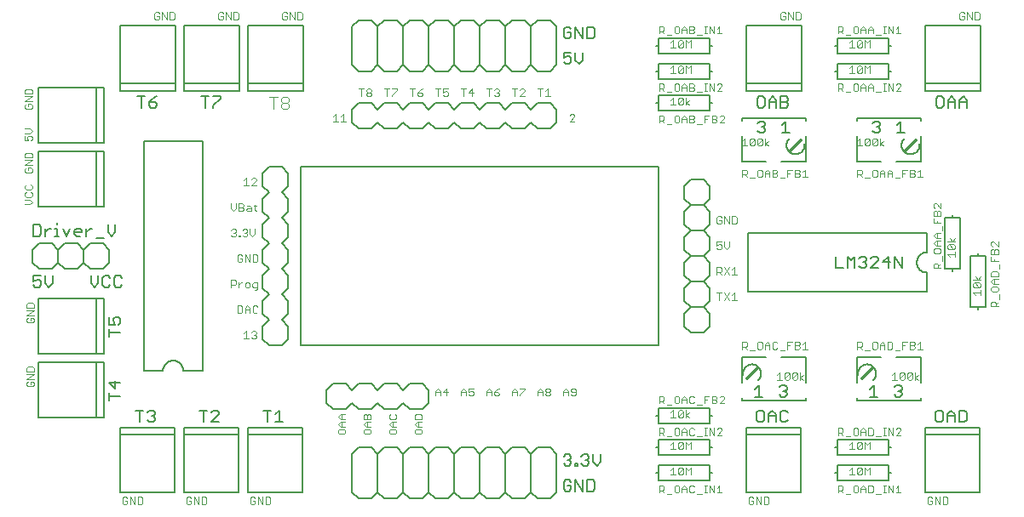
<source format=gto>
G75*
%MOIN*%
%OFA0B0*%
%FSLAX25Y25*%
%IPPOS*%
%LPD*%
%AMOC8*
5,1,8,0,0,1.08239X$1,22.5*
%
%ADD10C,0.00400*%
%ADD11C,0.00600*%
%ADD12C,0.00800*%
%ADD13C,0.00300*%
%ADD14C,0.01200*%
%ADD15C,0.00500*%
D10*
X0041200Y0004167D02*
X0041667Y0003700D01*
X0042601Y0003700D01*
X0043068Y0004167D01*
X0043068Y0005101D01*
X0042134Y0005101D01*
X0041200Y0006035D02*
X0041200Y0004167D01*
X0041200Y0006035D02*
X0041667Y0006502D01*
X0042601Y0006502D01*
X0043068Y0006035D01*
X0044147Y0006502D02*
X0046015Y0003700D01*
X0046015Y0006502D01*
X0047093Y0006502D02*
X0048494Y0006502D01*
X0048961Y0006035D01*
X0048961Y0004167D01*
X0048494Y0003700D01*
X0047093Y0003700D01*
X0047093Y0006502D01*
X0044147Y0006502D02*
X0044147Y0003700D01*
X0066200Y0004167D02*
X0066667Y0003700D01*
X0067601Y0003700D01*
X0068068Y0004167D01*
X0068068Y0005101D01*
X0067134Y0005101D01*
X0066200Y0006035D02*
X0066200Y0004167D01*
X0066200Y0006035D02*
X0066667Y0006502D01*
X0067601Y0006502D01*
X0068068Y0006035D01*
X0069147Y0006502D02*
X0071015Y0003700D01*
X0071015Y0006502D01*
X0072093Y0006502D02*
X0073494Y0006502D01*
X0073961Y0006035D01*
X0073961Y0004167D01*
X0073494Y0003700D01*
X0072093Y0003700D01*
X0072093Y0006502D01*
X0069147Y0006502D02*
X0069147Y0003700D01*
X0091200Y0004167D02*
X0091667Y0003700D01*
X0092601Y0003700D01*
X0093068Y0004167D01*
X0093068Y0005101D01*
X0092134Y0005101D01*
X0091200Y0006035D02*
X0091200Y0004167D01*
X0091200Y0006035D02*
X0091667Y0006502D01*
X0092601Y0006502D01*
X0093068Y0006035D01*
X0094147Y0006502D02*
X0096015Y0003700D01*
X0096015Y0006502D01*
X0097093Y0006502D02*
X0098494Y0006502D01*
X0098961Y0006035D01*
X0098961Y0004167D01*
X0098494Y0003700D01*
X0097093Y0003700D01*
X0097093Y0006502D01*
X0094147Y0006502D02*
X0094147Y0003700D01*
X0125498Y0031667D02*
X0125965Y0031200D01*
X0127833Y0031200D01*
X0128300Y0031667D01*
X0128300Y0032601D01*
X0127833Y0033068D01*
X0125965Y0033068D01*
X0125498Y0032601D01*
X0125498Y0031667D01*
X0126432Y0034147D02*
X0125498Y0035081D01*
X0126432Y0036015D01*
X0128300Y0036015D01*
X0128300Y0037093D02*
X0126432Y0037093D01*
X0125498Y0038027D01*
X0126432Y0038961D01*
X0128300Y0038961D01*
X0126899Y0038961D02*
X0126899Y0037093D01*
X0126899Y0036015D02*
X0126899Y0034147D01*
X0126432Y0034147D02*
X0128300Y0034147D01*
X0135498Y0035081D02*
X0136432Y0036015D01*
X0138300Y0036015D01*
X0138300Y0037093D02*
X0138300Y0038494D01*
X0137833Y0038961D01*
X0137366Y0038961D01*
X0136899Y0038494D01*
X0136899Y0037093D01*
X0136899Y0036015D02*
X0136899Y0034147D01*
X0136432Y0034147D02*
X0135498Y0035081D01*
X0136432Y0034147D02*
X0138300Y0034147D01*
X0137833Y0033068D02*
X0135965Y0033068D01*
X0135498Y0032601D01*
X0135498Y0031667D01*
X0135965Y0031200D01*
X0137833Y0031200D01*
X0138300Y0031667D01*
X0138300Y0032601D01*
X0137833Y0033068D01*
X0138300Y0037093D02*
X0135498Y0037093D01*
X0135498Y0038494D01*
X0135965Y0038961D01*
X0136432Y0038961D01*
X0136899Y0038494D01*
X0145498Y0038494D02*
X0145498Y0037560D01*
X0145965Y0037093D01*
X0147833Y0037093D01*
X0148300Y0037560D01*
X0148300Y0038494D01*
X0147833Y0038961D01*
X0145965Y0038961D02*
X0145498Y0038494D01*
X0146432Y0036015D02*
X0148300Y0036015D01*
X0146899Y0036015D02*
X0146899Y0034147D01*
X0146432Y0034147D02*
X0145498Y0035081D01*
X0146432Y0036015D01*
X0146432Y0034147D02*
X0148300Y0034147D01*
X0147833Y0033068D02*
X0145965Y0033068D01*
X0145498Y0032601D01*
X0145498Y0031667D01*
X0145965Y0031200D01*
X0147833Y0031200D01*
X0148300Y0031667D01*
X0148300Y0032601D01*
X0147833Y0033068D01*
X0155498Y0032601D02*
X0155498Y0031667D01*
X0155965Y0031200D01*
X0157833Y0031200D01*
X0158300Y0031667D01*
X0158300Y0032601D01*
X0157833Y0033068D01*
X0155965Y0033068D01*
X0155498Y0032601D01*
X0156432Y0034147D02*
X0155498Y0035081D01*
X0156432Y0036015D01*
X0158300Y0036015D01*
X0158300Y0037093D02*
X0158300Y0038494D01*
X0157833Y0038961D01*
X0155965Y0038961D01*
X0155498Y0038494D01*
X0155498Y0037093D01*
X0158300Y0037093D01*
X0156899Y0036015D02*
X0156899Y0034147D01*
X0156432Y0034147D02*
X0158300Y0034147D01*
X0163700Y0046200D02*
X0163700Y0048068D01*
X0164634Y0049002D01*
X0165568Y0048068D01*
X0165568Y0046200D01*
X0165568Y0047601D02*
X0163700Y0047601D01*
X0166647Y0047601D02*
X0168048Y0049002D01*
X0168048Y0046200D01*
X0168515Y0047601D02*
X0166647Y0047601D01*
X0173700Y0047601D02*
X0175568Y0047601D01*
X0175568Y0048068D02*
X0175568Y0046200D01*
X0176647Y0046667D02*
X0177114Y0046200D01*
X0178048Y0046200D01*
X0178515Y0046667D01*
X0178515Y0047601D01*
X0178048Y0048068D01*
X0177581Y0048068D01*
X0176647Y0047601D01*
X0176647Y0049002D01*
X0178515Y0049002D01*
X0175568Y0048068D02*
X0174634Y0049002D01*
X0173700Y0048068D01*
X0173700Y0046200D01*
X0183700Y0046200D02*
X0183700Y0048068D01*
X0184634Y0049002D01*
X0185568Y0048068D01*
X0185568Y0046200D01*
X0186647Y0046667D02*
X0187114Y0046200D01*
X0188048Y0046200D01*
X0188515Y0046667D01*
X0188515Y0047134D01*
X0188048Y0047601D01*
X0186647Y0047601D01*
X0186647Y0046667D01*
X0186647Y0047601D02*
X0187581Y0048535D01*
X0188515Y0049002D01*
X0185568Y0047601D02*
X0183700Y0047601D01*
X0193700Y0047601D02*
X0195568Y0047601D01*
X0195568Y0048068D02*
X0195568Y0046200D01*
X0196647Y0046200D02*
X0196647Y0046667D01*
X0198515Y0048535D01*
X0198515Y0049002D01*
X0196647Y0049002D01*
X0195568Y0048068D02*
X0194634Y0049002D01*
X0193700Y0048068D01*
X0193700Y0046200D01*
X0203700Y0046200D02*
X0203700Y0048068D01*
X0204634Y0049002D01*
X0205568Y0048068D01*
X0205568Y0046200D01*
X0206647Y0046667D02*
X0206647Y0047134D01*
X0207114Y0047601D01*
X0208048Y0047601D01*
X0208515Y0047134D01*
X0208515Y0046667D01*
X0208048Y0046200D01*
X0207114Y0046200D01*
X0206647Y0046667D01*
X0207114Y0047601D02*
X0206647Y0048068D01*
X0206647Y0048535D01*
X0207114Y0049002D01*
X0208048Y0049002D01*
X0208515Y0048535D01*
X0208515Y0048068D01*
X0208048Y0047601D01*
X0205568Y0047601D02*
X0203700Y0047601D01*
X0213700Y0047601D02*
X0215568Y0047601D01*
X0215568Y0048068D02*
X0215568Y0046200D01*
X0216647Y0046667D02*
X0217114Y0046200D01*
X0218048Y0046200D01*
X0218515Y0046667D01*
X0218515Y0048535D01*
X0218048Y0049002D01*
X0217114Y0049002D01*
X0216647Y0048535D01*
X0216647Y0048068D01*
X0217114Y0047601D01*
X0218515Y0047601D01*
X0215568Y0048068D02*
X0214634Y0049002D01*
X0213700Y0048068D01*
X0213700Y0046200D01*
X0251200Y0046002D02*
X0251200Y0043200D01*
X0251200Y0044134D02*
X0252601Y0044134D01*
X0253068Y0044601D01*
X0253068Y0045535D01*
X0252601Y0046002D01*
X0251200Y0046002D01*
X0252134Y0044134D02*
X0253068Y0043200D01*
X0254147Y0042733D02*
X0256015Y0042733D01*
X0257093Y0043667D02*
X0257560Y0043200D01*
X0258494Y0043200D01*
X0258961Y0043667D01*
X0258961Y0045535D01*
X0258494Y0046002D01*
X0257560Y0046002D01*
X0257093Y0045535D01*
X0257093Y0043667D01*
X0260040Y0043200D02*
X0260040Y0045068D01*
X0260974Y0046002D01*
X0261908Y0045068D01*
X0261908Y0043200D01*
X0262986Y0043667D02*
X0263453Y0043200D01*
X0264387Y0043200D01*
X0264854Y0043667D01*
X0265933Y0042733D02*
X0267801Y0042733D01*
X0268879Y0043200D02*
X0268879Y0046002D01*
X0270747Y0046002D01*
X0271826Y0046002D02*
X0273227Y0046002D01*
X0273694Y0045535D01*
X0273694Y0045068D01*
X0273227Y0044601D01*
X0271826Y0044601D01*
X0273227Y0044601D02*
X0273694Y0044134D01*
X0273694Y0043667D01*
X0273227Y0043200D01*
X0271826Y0043200D01*
X0271826Y0046002D01*
X0269813Y0044601D02*
X0268879Y0044601D01*
X0264854Y0045535D02*
X0264387Y0046002D01*
X0263453Y0046002D01*
X0262986Y0045535D01*
X0262986Y0043667D01*
X0261908Y0044601D02*
X0260040Y0044601D01*
X0260048Y0040502D02*
X0259114Y0040502D01*
X0258647Y0040035D01*
X0258647Y0038167D01*
X0260515Y0040035D01*
X0260515Y0038167D01*
X0260048Y0037700D01*
X0259114Y0037700D01*
X0258647Y0038167D01*
X0257568Y0037700D02*
X0255700Y0037700D01*
X0256634Y0037700D02*
X0256634Y0040502D01*
X0255700Y0039568D01*
X0260048Y0040502D02*
X0260515Y0040035D01*
X0261593Y0040502D02*
X0261593Y0037700D01*
X0261593Y0038634D02*
X0262994Y0037700D01*
X0261593Y0038634D02*
X0262994Y0039568D01*
X0263453Y0033502D02*
X0262986Y0033035D01*
X0262986Y0031167D01*
X0263453Y0030700D01*
X0264387Y0030700D01*
X0264854Y0031167D01*
X0265933Y0030233D02*
X0267801Y0030233D01*
X0268879Y0030700D02*
X0269813Y0030700D01*
X0269346Y0030700D02*
X0269346Y0033502D01*
X0268879Y0033502D02*
X0269813Y0033502D01*
X0270843Y0033502D02*
X0272712Y0030700D01*
X0272712Y0033502D01*
X0273790Y0033035D02*
X0274257Y0033502D01*
X0275191Y0033502D01*
X0275658Y0033035D01*
X0275658Y0032568D01*
X0273790Y0030700D01*
X0275658Y0030700D01*
X0270843Y0030700D02*
X0270843Y0033502D01*
X0264854Y0033035D02*
X0264387Y0033502D01*
X0263453Y0033502D01*
X0261908Y0032568D02*
X0261908Y0030700D01*
X0261908Y0032101D02*
X0260040Y0032101D01*
X0260040Y0032568D02*
X0260974Y0033502D01*
X0261908Y0032568D01*
X0260040Y0032568D02*
X0260040Y0030700D01*
X0258961Y0031167D02*
X0258961Y0033035D01*
X0258494Y0033502D01*
X0257560Y0033502D01*
X0257093Y0033035D01*
X0257093Y0031167D01*
X0257560Y0030700D01*
X0258494Y0030700D01*
X0258961Y0031167D01*
X0256015Y0030233D02*
X0254147Y0030233D01*
X0253068Y0030700D02*
X0252134Y0031634D01*
X0252601Y0031634D02*
X0251200Y0031634D01*
X0251200Y0030700D02*
X0251200Y0033502D01*
X0252601Y0033502D01*
X0253068Y0033035D01*
X0253068Y0032101D01*
X0252601Y0031634D01*
X0256634Y0028002D02*
X0256634Y0025200D01*
X0255700Y0025200D02*
X0257568Y0025200D01*
X0258647Y0025667D02*
X0260515Y0027535D01*
X0260515Y0025667D01*
X0260048Y0025200D01*
X0259114Y0025200D01*
X0258647Y0025667D01*
X0258647Y0027535D01*
X0259114Y0028002D01*
X0260048Y0028002D01*
X0260515Y0027535D01*
X0261593Y0028002D02*
X0262527Y0027068D01*
X0263461Y0028002D01*
X0263461Y0025200D01*
X0261593Y0025200D02*
X0261593Y0028002D01*
X0256634Y0028002D02*
X0255700Y0027068D01*
X0256634Y0018002D02*
X0256634Y0015200D01*
X0255700Y0015200D02*
X0257568Y0015200D01*
X0258647Y0015667D02*
X0260515Y0017535D01*
X0260515Y0015667D01*
X0260048Y0015200D01*
X0259114Y0015200D01*
X0258647Y0015667D01*
X0258647Y0017535D01*
X0259114Y0018002D01*
X0260048Y0018002D01*
X0260515Y0017535D01*
X0261593Y0018002D02*
X0262527Y0017068D01*
X0263461Y0018002D01*
X0263461Y0015200D01*
X0261593Y0015200D02*
X0261593Y0018002D01*
X0256634Y0018002D02*
X0255700Y0017068D01*
X0257560Y0011002D02*
X0257093Y0010535D01*
X0257093Y0008667D01*
X0257560Y0008200D01*
X0258494Y0008200D01*
X0258961Y0008667D01*
X0258961Y0010535D01*
X0258494Y0011002D01*
X0257560Y0011002D01*
X0260040Y0010068D02*
X0260040Y0008200D01*
X0260040Y0009601D02*
X0261908Y0009601D01*
X0261908Y0010068D02*
X0261908Y0008200D01*
X0262986Y0008667D02*
X0263453Y0008200D01*
X0264387Y0008200D01*
X0264854Y0008667D01*
X0265933Y0007733D02*
X0267801Y0007733D01*
X0268879Y0008200D02*
X0269813Y0008200D01*
X0269346Y0008200D02*
X0269346Y0011002D01*
X0268879Y0011002D02*
X0269813Y0011002D01*
X0270843Y0011002D02*
X0272712Y0008200D01*
X0272712Y0011002D01*
X0273790Y0010068D02*
X0274724Y0011002D01*
X0274724Y0008200D01*
X0273790Y0008200D02*
X0275658Y0008200D01*
X0270843Y0008200D02*
X0270843Y0011002D01*
X0264854Y0010535D02*
X0264387Y0011002D01*
X0263453Y0011002D01*
X0262986Y0010535D01*
X0262986Y0008667D01*
X0261908Y0010068D02*
X0260974Y0011002D01*
X0260040Y0010068D01*
X0256015Y0007733D02*
X0254147Y0007733D01*
X0253068Y0008200D02*
X0252134Y0009134D01*
X0252601Y0009134D02*
X0251200Y0009134D01*
X0251200Y0008200D02*
X0251200Y0011002D01*
X0252601Y0011002D01*
X0253068Y0010535D01*
X0253068Y0009601D01*
X0252601Y0009134D01*
X0286200Y0006035D02*
X0286200Y0004167D01*
X0286667Y0003700D01*
X0287601Y0003700D01*
X0288068Y0004167D01*
X0288068Y0005101D01*
X0287134Y0005101D01*
X0286200Y0006035D02*
X0286667Y0006502D01*
X0287601Y0006502D01*
X0288068Y0006035D01*
X0289147Y0006502D02*
X0291015Y0003700D01*
X0291015Y0006502D01*
X0292093Y0006502D02*
X0293494Y0006502D01*
X0293961Y0006035D01*
X0293961Y0004167D01*
X0293494Y0003700D01*
X0292093Y0003700D01*
X0292093Y0006502D01*
X0289147Y0006502D02*
X0289147Y0003700D01*
X0321200Y0008200D02*
X0321200Y0011002D01*
X0322601Y0011002D01*
X0323068Y0010535D01*
X0323068Y0009601D01*
X0322601Y0009134D01*
X0321200Y0009134D01*
X0322134Y0009134D02*
X0323068Y0008200D01*
X0324147Y0007733D02*
X0326015Y0007733D01*
X0327093Y0008667D02*
X0327560Y0008200D01*
X0328494Y0008200D01*
X0328961Y0008667D01*
X0328961Y0010535D01*
X0328494Y0011002D01*
X0327560Y0011002D01*
X0327093Y0010535D01*
X0327093Y0008667D01*
X0330040Y0008200D02*
X0330040Y0010068D01*
X0330974Y0011002D01*
X0331908Y0010068D01*
X0331908Y0008200D01*
X0332986Y0008200D02*
X0332986Y0011002D01*
X0334387Y0011002D01*
X0334854Y0010535D01*
X0334854Y0008667D01*
X0334387Y0008200D01*
X0332986Y0008200D01*
X0331908Y0009601D02*
X0330040Y0009601D01*
X0335933Y0007733D02*
X0337801Y0007733D01*
X0338879Y0008200D02*
X0339813Y0008200D01*
X0339346Y0008200D02*
X0339346Y0011002D01*
X0338879Y0011002D02*
X0339813Y0011002D01*
X0340843Y0011002D02*
X0342712Y0008200D01*
X0342712Y0011002D01*
X0343790Y0010068D02*
X0344724Y0011002D01*
X0344724Y0008200D01*
X0343790Y0008200D02*
X0345658Y0008200D01*
X0340843Y0008200D02*
X0340843Y0011002D01*
X0333461Y0015200D02*
X0333461Y0018002D01*
X0332527Y0017068D01*
X0331593Y0018002D01*
X0331593Y0015200D01*
X0330515Y0015667D02*
X0330048Y0015200D01*
X0329114Y0015200D01*
X0328647Y0015667D01*
X0330515Y0017535D01*
X0330515Y0015667D01*
X0330515Y0017535D02*
X0330048Y0018002D01*
X0329114Y0018002D01*
X0328647Y0017535D01*
X0328647Y0015667D01*
X0327568Y0015200D02*
X0325700Y0015200D01*
X0326634Y0015200D02*
X0326634Y0018002D01*
X0325700Y0017068D01*
X0325700Y0025200D02*
X0327568Y0025200D01*
X0326634Y0025200D02*
X0326634Y0028002D01*
X0325700Y0027068D01*
X0328647Y0027535D02*
X0329114Y0028002D01*
X0330048Y0028002D01*
X0330515Y0027535D01*
X0328647Y0025667D01*
X0329114Y0025200D01*
X0330048Y0025200D01*
X0330515Y0025667D01*
X0330515Y0027535D01*
X0331593Y0028002D02*
X0332527Y0027068D01*
X0333461Y0028002D01*
X0333461Y0025200D01*
X0331593Y0025200D02*
X0331593Y0028002D01*
X0331908Y0030700D02*
X0331908Y0032568D01*
X0330974Y0033502D01*
X0330040Y0032568D01*
X0330040Y0030700D01*
X0328961Y0031167D02*
X0328961Y0033035D01*
X0328494Y0033502D01*
X0327560Y0033502D01*
X0327093Y0033035D01*
X0327093Y0031167D01*
X0327560Y0030700D01*
X0328494Y0030700D01*
X0328961Y0031167D01*
X0330040Y0032101D02*
X0331908Y0032101D01*
X0332986Y0030700D02*
X0334387Y0030700D01*
X0334854Y0031167D01*
X0334854Y0033035D01*
X0334387Y0033502D01*
X0332986Y0033502D01*
X0332986Y0030700D01*
X0335933Y0030233D02*
X0337801Y0030233D01*
X0338879Y0030700D02*
X0339813Y0030700D01*
X0339346Y0030700D02*
X0339346Y0033502D01*
X0338879Y0033502D02*
X0339813Y0033502D01*
X0340843Y0033502D02*
X0342712Y0030700D01*
X0342712Y0033502D01*
X0343790Y0033035D02*
X0344257Y0033502D01*
X0345191Y0033502D01*
X0345658Y0033035D01*
X0345658Y0032568D01*
X0343790Y0030700D01*
X0345658Y0030700D01*
X0340843Y0030700D02*
X0340843Y0033502D01*
X0328647Y0027535D02*
X0328647Y0025667D01*
X0326015Y0030233D02*
X0324147Y0030233D01*
X0323068Y0030700D02*
X0322134Y0031634D01*
X0322601Y0031634D02*
X0321200Y0031634D01*
X0321200Y0030700D02*
X0321200Y0033502D01*
X0322601Y0033502D01*
X0323068Y0033035D01*
X0323068Y0032101D01*
X0322601Y0031634D01*
X0307646Y0052500D02*
X0306245Y0053434D01*
X0307646Y0054368D01*
X0306245Y0055302D02*
X0306245Y0052500D01*
X0305166Y0052967D02*
X0305166Y0054835D01*
X0303298Y0052967D01*
X0303765Y0052500D01*
X0304699Y0052500D01*
X0305166Y0052967D01*
X0303298Y0052967D02*
X0303298Y0054835D01*
X0303765Y0055302D01*
X0304699Y0055302D01*
X0305166Y0054835D01*
X0302220Y0054835D02*
X0300352Y0052967D01*
X0300819Y0052500D01*
X0301753Y0052500D01*
X0302220Y0052967D01*
X0302220Y0054835D01*
X0301753Y0055302D01*
X0300819Y0055302D01*
X0300352Y0054835D01*
X0300352Y0052967D01*
X0299273Y0052500D02*
X0297405Y0052500D01*
X0298339Y0052500D02*
X0298339Y0055302D01*
X0297405Y0054368D01*
X0298433Y0064033D02*
X0300301Y0064033D01*
X0301379Y0064500D02*
X0301379Y0067302D01*
X0303247Y0067302D01*
X0304326Y0067302D02*
X0305727Y0067302D01*
X0306194Y0066835D01*
X0306194Y0066368D01*
X0305727Y0065901D01*
X0304326Y0065901D01*
X0305727Y0065901D02*
X0306194Y0065434D01*
X0306194Y0064967D01*
X0305727Y0064500D01*
X0304326Y0064500D01*
X0304326Y0067302D01*
X0302313Y0065901D02*
X0301379Y0065901D01*
X0297354Y0064967D02*
X0296887Y0064500D01*
X0295953Y0064500D01*
X0295486Y0064967D01*
X0295486Y0066835D01*
X0295953Y0067302D01*
X0296887Y0067302D01*
X0297354Y0066835D01*
X0294408Y0066368D02*
X0294408Y0064500D01*
X0294408Y0065901D02*
X0292540Y0065901D01*
X0292540Y0066368D02*
X0293474Y0067302D01*
X0294408Y0066368D01*
X0292540Y0066368D02*
X0292540Y0064500D01*
X0291461Y0064967D02*
X0291461Y0066835D01*
X0290994Y0067302D01*
X0290060Y0067302D01*
X0289593Y0066835D01*
X0289593Y0064967D01*
X0290060Y0064500D01*
X0290994Y0064500D01*
X0291461Y0064967D01*
X0288515Y0064033D02*
X0286647Y0064033D01*
X0285568Y0064500D02*
X0284634Y0065434D01*
X0285101Y0065434D02*
X0283700Y0065434D01*
X0283700Y0064500D02*
X0283700Y0067302D01*
X0285101Y0067302D01*
X0285568Y0066835D01*
X0285568Y0065901D01*
X0285101Y0065434D01*
X0307272Y0064500D02*
X0309140Y0064500D01*
X0308206Y0064500D02*
X0308206Y0067302D01*
X0307272Y0066368D01*
X0328700Y0065434D02*
X0330101Y0065434D01*
X0330568Y0065901D01*
X0330568Y0066835D01*
X0330101Y0067302D01*
X0328700Y0067302D01*
X0328700Y0064500D01*
X0329634Y0065434D02*
X0330568Y0064500D01*
X0331647Y0064033D02*
X0333515Y0064033D01*
X0334593Y0064967D02*
X0335060Y0064500D01*
X0335994Y0064500D01*
X0336461Y0064967D01*
X0336461Y0066835D01*
X0335994Y0067302D01*
X0335060Y0067302D01*
X0334593Y0066835D01*
X0334593Y0064967D01*
X0337540Y0064500D02*
X0337540Y0066368D01*
X0338474Y0067302D01*
X0339408Y0066368D01*
X0339408Y0064500D01*
X0340486Y0064500D02*
X0341887Y0064500D01*
X0342354Y0064967D01*
X0342354Y0066835D01*
X0341887Y0067302D01*
X0340486Y0067302D01*
X0340486Y0064500D01*
X0339408Y0065901D02*
X0337540Y0065901D01*
X0343433Y0064033D02*
X0345301Y0064033D01*
X0346379Y0064500D02*
X0346379Y0067302D01*
X0348247Y0067302D01*
X0349326Y0067302D02*
X0349326Y0064500D01*
X0350727Y0064500D01*
X0351194Y0064967D01*
X0351194Y0065434D01*
X0350727Y0065901D01*
X0349326Y0065901D01*
X0350727Y0065901D02*
X0351194Y0066368D01*
X0351194Y0066835D01*
X0350727Y0067302D01*
X0349326Y0067302D01*
X0347313Y0065901D02*
X0346379Y0065901D01*
X0352272Y0066368D02*
X0353206Y0067302D01*
X0353206Y0064500D01*
X0352272Y0064500D02*
X0354140Y0064500D01*
X0351245Y0055302D02*
X0351245Y0052500D01*
X0351245Y0053434D02*
X0352646Y0054368D01*
X0351245Y0053434D02*
X0352646Y0052500D01*
X0350166Y0052967D02*
X0350166Y0054835D01*
X0348298Y0052967D01*
X0348765Y0052500D01*
X0349699Y0052500D01*
X0350166Y0052967D01*
X0348298Y0052967D02*
X0348298Y0054835D01*
X0348765Y0055302D01*
X0349699Y0055302D01*
X0350166Y0054835D01*
X0347220Y0054835D02*
X0345352Y0052967D01*
X0345819Y0052500D01*
X0346753Y0052500D01*
X0347220Y0052967D01*
X0347220Y0054835D01*
X0346753Y0055302D01*
X0345819Y0055302D01*
X0345352Y0054835D01*
X0345352Y0052967D01*
X0344273Y0052500D02*
X0342405Y0052500D01*
X0343339Y0052500D02*
X0343339Y0055302D01*
X0342405Y0054368D01*
X0380998Y0081200D02*
X0380998Y0082601D01*
X0381465Y0083068D01*
X0382399Y0083068D01*
X0382866Y0082601D01*
X0382866Y0081200D01*
X0383800Y0081200D02*
X0380998Y0081200D01*
X0382866Y0082134D02*
X0383800Y0083068D01*
X0384267Y0084147D02*
X0384267Y0086015D01*
X0383333Y0087093D02*
X0383800Y0087560D01*
X0383800Y0088494D01*
X0383333Y0088961D01*
X0381465Y0088961D01*
X0380998Y0088494D01*
X0380998Y0087560D01*
X0381465Y0087093D01*
X0383333Y0087093D01*
X0383800Y0090040D02*
X0381932Y0090040D01*
X0380998Y0090974D01*
X0381932Y0091908D01*
X0383800Y0091908D01*
X0383800Y0092986D02*
X0383800Y0094387D01*
X0383333Y0094854D01*
X0381465Y0094854D01*
X0380998Y0094387D01*
X0380998Y0092986D01*
X0383800Y0092986D01*
X0382399Y0091908D02*
X0382399Y0090040D01*
X0384267Y0095933D02*
X0384267Y0097801D01*
X0383800Y0098879D02*
X0380998Y0098879D01*
X0380998Y0100747D01*
X0380998Y0101826D02*
X0380998Y0103227D01*
X0381465Y0103694D01*
X0381932Y0103694D01*
X0382399Y0103227D01*
X0382399Y0101826D01*
X0382399Y0103227D02*
X0382866Y0103694D01*
X0383333Y0103694D01*
X0383800Y0103227D01*
X0383800Y0101826D01*
X0380998Y0101826D01*
X0382399Y0099813D02*
X0382399Y0098879D01*
X0381465Y0104772D02*
X0380998Y0105239D01*
X0380998Y0106173D01*
X0381465Y0106640D01*
X0381932Y0106640D01*
X0383800Y0104772D01*
X0383800Y0106640D01*
X0366800Y0106593D02*
X0363998Y0106593D01*
X0364465Y0105515D02*
X0366333Y0103647D01*
X0366800Y0104114D01*
X0366800Y0105048D01*
X0366333Y0105515D01*
X0364465Y0105515D01*
X0363998Y0105048D01*
X0363998Y0104114D01*
X0364465Y0103647D01*
X0366333Y0103647D01*
X0366800Y0102568D02*
X0366800Y0100700D01*
X0366800Y0101634D02*
X0363998Y0101634D01*
X0364932Y0100700D01*
X0361767Y0101015D02*
X0361767Y0099147D01*
X0361300Y0098068D02*
X0360366Y0097134D01*
X0360366Y0097601D02*
X0360366Y0096200D01*
X0361300Y0096200D02*
X0358498Y0096200D01*
X0358498Y0097601D01*
X0358965Y0098068D01*
X0359899Y0098068D01*
X0360366Y0097601D01*
X0360833Y0102093D02*
X0358965Y0102093D01*
X0358498Y0102560D01*
X0358498Y0103494D01*
X0358965Y0103961D01*
X0360833Y0103961D01*
X0361300Y0103494D01*
X0361300Y0102560D01*
X0360833Y0102093D01*
X0361300Y0105040D02*
X0359432Y0105040D01*
X0358498Y0105974D01*
X0359432Y0106908D01*
X0361300Y0106908D01*
X0361300Y0107986D02*
X0359432Y0107986D01*
X0358498Y0108920D01*
X0359432Y0109854D01*
X0361300Y0109854D01*
X0361767Y0110933D02*
X0361767Y0112801D01*
X0361300Y0113879D02*
X0358498Y0113879D01*
X0358498Y0115747D01*
X0358498Y0116826D02*
X0358498Y0118227D01*
X0358965Y0118694D01*
X0359432Y0118694D01*
X0359899Y0118227D01*
X0359899Y0116826D01*
X0359899Y0118227D02*
X0360366Y0118694D01*
X0360833Y0118694D01*
X0361300Y0118227D01*
X0361300Y0116826D01*
X0358498Y0116826D01*
X0359899Y0114813D02*
X0359899Y0113879D01*
X0359899Y0109854D02*
X0359899Y0107986D01*
X0359899Y0106908D02*
X0359899Y0105040D01*
X0364932Y0107994D02*
X0365866Y0106593D01*
X0366800Y0107994D01*
X0361300Y0119772D02*
X0359432Y0121640D01*
X0358965Y0121640D01*
X0358498Y0121173D01*
X0358498Y0120239D01*
X0358965Y0119772D01*
X0361300Y0119772D02*
X0361300Y0121640D01*
X0354140Y0132000D02*
X0352272Y0132000D01*
X0353206Y0132000D02*
X0353206Y0134802D01*
X0352272Y0133868D01*
X0351194Y0133868D02*
X0350727Y0133401D01*
X0349326Y0133401D01*
X0350727Y0133401D02*
X0351194Y0132934D01*
X0351194Y0132467D01*
X0350727Y0132000D01*
X0349326Y0132000D01*
X0349326Y0134802D01*
X0350727Y0134802D01*
X0351194Y0134335D01*
X0351194Y0133868D01*
X0348247Y0134802D02*
X0346379Y0134802D01*
X0346379Y0132000D01*
X0345301Y0131533D02*
X0343433Y0131533D01*
X0342354Y0132000D02*
X0342354Y0133868D01*
X0341420Y0134802D01*
X0340486Y0133868D01*
X0340486Y0132000D01*
X0339408Y0132000D02*
X0339408Y0133868D01*
X0338474Y0134802D01*
X0337540Y0133868D01*
X0337540Y0132000D01*
X0336461Y0132467D02*
X0336461Y0134335D01*
X0335994Y0134802D01*
X0335060Y0134802D01*
X0334593Y0134335D01*
X0334593Y0132467D01*
X0335060Y0132000D01*
X0335994Y0132000D01*
X0336461Y0132467D01*
X0337540Y0133401D02*
X0339408Y0133401D01*
X0340486Y0133401D02*
X0342354Y0133401D01*
X0346379Y0133401D02*
X0347313Y0133401D01*
X0333515Y0131533D02*
X0331647Y0131533D01*
X0330568Y0132000D02*
X0329634Y0132934D01*
X0330101Y0132934D02*
X0328700Y0132934D01*
X0328700Y0132000D02*
X0328700Y0134802D01*
X0330101Y0134802D01*
X0330568Y0134335D01*
X0330568Y0133401D01*
X0330101Y0132934D01*
X0329634Y0144200D02*
X0329634Y0147002D01*
X0328700Y0146068D01*
X0328700Y0144200D02*
X0330568Y0144200D01*
X0331647Y0144667D02*
X0333515Y0146535D01*
X0333515Y0144667D01*
X0333048Y0144200D01*
X0332114Y0144200D01*
X0331647Y0144667D01*
X0331647Y0146535D01*
X0332114Y0147002D01*
X0333048Y0147002D01*
X0333515Y0146535D01*
X0334593Y0146535D02*
X0335060Y0147002D01*
X0335994Y0147002D01*
X0336461Y0146535D01*
X0334593Y0144667D01*
X0335060Y0144200D01*
X0335994Y0144200D01*
X0336461Y0144667D01*
X0336461Y0146535D01*
X0337540Y0147002D02*
X0337540Y0144200D01*
X0337540Y0145134D02*
X0338941Y0146068D01*
X0337540Y0145134D02*
X0338941Y0144200D01*
X0334593Y0144667D02*
X0334593Y0146535D01*
X0308206Y0134802D02*
X0308206Y0132000D01*
X0307272Y0132000D02*
X0309140Y0132000D01*
X0307272Y0133868D02*
X0308206Y0134802D01*
X0306194Y0134335D02*
X0306194Y0133868D01*
X0305727Y0133401D01*
X0304326Y0133401D01*
X0305727Y0133401D02*
X0306194Y0132934D01*
X0306194Y0132467D01*
X0305727Y0132000D01*
X0304326Y0132000D01*
X0304326Y0134802D01*
X0305727Y0134802D01*
X0306194Y0134335D01*
X0303247Y0134802D02*
X0301379Y0134802D01*
X0301379Y0132000D01*
X0300301Y0131533D02*
X0298433Y0131533D01*
X0297354Y0132467D02*
X0296887Y0132000D01*
X0295486Y0132000D01*
X0295486Y0134802D01*
X0296887Y0134802D01*
X0297354Y0134335D01*
X0297354Y0133868D01*
X0296887Y0133401D01*
X0295486Y0133401D01*
X0294408Y0133401D02*
X0292540Y0133401D01*
X0292540Y0133868D02*
X0293474Y0134802D01*
X0294408Y0133868D01*
X0294408Y0132000D01*
X0292540Y0132000D02*
X0292540Y0133868D01*
X0291461Y0134335D02*
X0290994Y0134802D01*
X0290060Y0134802D01*
X0289593Y0134335D01*
X0289593Y0132467D01*
X0290060Y0132000D01*
X0290994Y0132000D01*
X0291461Y0132467D01*
X0291461Y0134335D01*
X0288515Y0131533D02*
X0286647Y0131533D01*
X0285568Y0132000D02*
X0284634Y0132934D01*
X0285101Y0132934D02*
X0283700Y0132934D01*
X0283700Y0132000D02*
X0283700Y0134802D01*
X0285101Y0134802D01*
X0285568Y0134335D01*
X0285568Y0133401D01*
X0285101Y0132934D01*
X0296887Y0133401D02*
X0297354Y0132934D01*
X0297354Y0132467D01*
X0301379Y0133401D02*
X0302313Y0133401D01*
X0293941Y0144200D02*
X0292540Y0145134D01*
X0293941Y0146068D01*
X0292540Y0147002D02*
X0292540Y0144200D01*
X0291461Y0144667D02*
X0290994Y0144200D01*
X0290060Y0144200D01*
X0289593Y0144667D01*
X0291461Y0146535D01*
X0291461Y0144667D01*
X0289593Y0144667D02*
X0289593Y0146535D01*
X0290060Y0147002D01*
X0290994Y0147002D01*
X0291461Y0146535D01*
X0288515Y0146535D02*
X0286647Y0144667D01*
X0287114Y0144200D01*
X0288048Y0144200D01*
X0288515Y0144667D01*
X0288515Y0146535D01*
X0288048Y0147002D01*
X0287114Y0147002D01*
X0286647Y0146535D01*
X0286647Y0144667D01*
X0285568Y0144200D02*
X0283700Y0144200D01*
X0284634Y0144200D02*
X0284634Y0147002D01*
X0283700Y0146068D01*
X0276640Y0153200D02*
X0274772Y0153200D01*
X0276640Y0155068D01*
X0276640Y0155535D01*
X0276173Y0156002D01*
X0275239Y0156002D01*
X0274772Y0155535D01*
X0273694Y0155535D02*
X0273694Y0155068D01*
X0273227Y0154601D01*
X0271826Y0154601D01*
X0273227Y0154601D02*
X0273694Y0154134D01*
X0273694Y0153667D01*
X0273227Y0153200D01*
X0271826Y0153200D01*
X0271826Y0156002D01*
X0273227Y0156002D01*
X0273694Y0155535D01*
X0270747Y0156002D02*
X0268879Y0156002D01*
X0268879Y0153200D01*
X0267801Y0152733D02*
X0265933Y0152733D01*
X0264854Y0153667D02*
X0264387Y0153200D01*
X0262986Y0153200D01*
X0262986Y0156002D01*
X0264387Y0156002D01*
X0264854Y0155535D01*
X0264854Y0155068D01*
X0264387Y0154601D01*
X0262986Y0154601D01*
X0261908Y0154601D02*
X0260040Y0154601D01*
X0260040Y0155068D02*
X0260974Y0156002D01*
X0261908Y0155068D01*
X0261908Y0153200D01*
X0260040Y0153200D02*
X0260040Y0155068D01*
X0258961Y0155535D02*
X0258494Y0156002D01*
X0257560Y0156002D01*
X0257093Y0155535D01*
X0257093Y0153667D01*
X0257560Y0153200D01*
X0258494Y0153200D01*
X0258961Y0153667D01*
X0258961Y0155535D01*
X0253068Y0155535D02*
X0253068Y0154601D01*
X0252601Y0154134D01*
X0251200Y0154134D01*
X0251200Y0153200D02*
X0251200Y0156002D01*
X0252601Y0156002D01*
X0253068Y0155535D01*
X0252134Y0154134D02*
X0253068Y0153200D01*
X0254147Y0152733D02*
X0256015Y0152733D01*
X0264387Y0154601D02*
X0264854Y0154134D01*
X0264854Y0153667D01*
X0268879Y0154601D02*
X0269813Y0154601D01*
X0262994Y0160200D02*
X0261593Y0161134D01*
X0262994Y0162068D01*
X0261593Y0163002D02*
X0261593Y0160200D01*
X0260515Y0160667D02*
X0260048Y0160200D01*
X0259114Y0160200D01*
X0258647Y0160667D01*
X0260515Y0162535D01*
X0260515Y0160667D01*
X0260515Y0162535D02*
X0260048Y0163002D01*
X0259114Y0163002D01*
X0258647Y0162535D01*
X0258647Y0160667D01*
X0257568Y0160200D02*
X0255700Y0160200D01*
X0256634Y0160200D02*
X0256634Y0163002D01*
X0255700Y0162068D01*
X0256015Y0165233D02*
X0254147Y0165233D01*
X0253068Y0165700D02*
X0252134Y0166634D01*
X0252601Y0166634D02*
X0251200Y0166634D01*
X0251200Y0165700D02*
X0251200Y0168502D01*
X0252601Y0168502D01*
X0253068Y0168035D01*
X0253068Y0167101D01*
X0252601Y0166634D01*
X0257093Y0166167D02*
X0257093Y0168035D01*
X0257560Y0168502D01*
X0258494Y0168502D01*
X0258961Y0168035D01*
X0258961Y0166167D01*
X0258494Y0165700D01*
X0257560Y0165700D01*
X0257093Y0166167D01*
X0260040Y0165700D02*
X0260040Y0167568D01*
X0260974Y0168502D01*
X0261908Y0167568D01*
X0261908Y0165700D01*
X0262986Y0165700D02*
X0264387Y0165700D01*
X0264854Y0166167D01*
X0264854Y0166634D01*
X0264387Y0167101D01*
X0262986Y0167101D01*
X0261908Y0167101D02*
X0260040Y0167101D01*
X0262986Y0165700D02*
X0262986Y0168502D01*
X0264387Y0168502D01*
X0264854Y0168035D01*
X0264854Y0167568D01*
X0264387Y0167101D01*
X0265933Y0165233D02*
X0267801Y0165233D01*
X0268879Y0165700D02*
X0269813Y0165700D01*
X0269346Y0165700D02*
X0269346Y0168502D01*
X0268879Y0168502D02*
X0269813Y0168502D01*
X0270843Y0168502D02*
X0272712Y0165700D01*
X0272712Y0168502D01*
X0273790Y0168035D02*
X0274257Y0168502D01*
X0275191Y0168502D01*
X0275658Y0168035D01*
X0275658Y0167568D01*
X0273790Y0165700D01*
X0275658Y0165700D01*
X0270843Y0165700D02*
X0270843Y0168502D01*
X0263461Y0172700D02*
X0263461Y0175502D01*
X0262527Y0174568D01*
X0261593Y0175502D01*
X0261593Y0172700D01*
X0260515Y0173167D02*
X0260048Y0172700D01*
X0259114Y0172700D01*
X0258647Y0173167D01*
X0260515Y0175035D01*
X0260515Y0173167D01*
X0260515Y0175035D02*
X0260048Y0175502D01*
X0259114Y0175502D01*
X0258647Y0175035D01*
X0258647Y0173167D01*
X0257568Y0172700D02*
X0255700Y0172700D01*
X0256634Y0172700D02*
X0256634Y0175502D01*
X0255700Y0174568D01*
X0255700Y0182700D02*
X0257568Y0182700D01*
X0256634Y0182700D02*
X0256634Y0185502D01*
X0255700Y0184568D01*
X0258647Y0185035D02*
X0258647Y0183167D01*
X0260515Y0185035D01*
X0260515Y0183167D01*
X0260048Y0182700D01*
X0259114Y0182700D01*
X0258647Y0183167D01*
X0258647Y0185035D02*
X0259114Y0185502D01*
X0260048Y0185502D01*
X0260515Y0185035D01*
X0261593Y0185502D02*
X0262527Y0184568D01*
X0263461Y0185502D01*
X0263461Y0182700D01*
X0261593Y0182700D02*
X0261593Y0185502D01*
X0261908Y0188200D02*
X0261908Y0190068D01*
X0260974Y0191002D01*
X0260040Y0190068D01*
X0260040Y0188200D01*
X0258961Y0188667D02*
X0258961Y0190535D01*
X0258494Y0191002D01*
X0257560Y0191002D01*
X0257093Y0190535D01*
X0257093Y0188667D01*
X0257560Y0188200D01*
X0258494Y0188200D01*
X0258961Y0188667D01*
X0260040Y0189601D02*
X0261908Y0189601D01*
X0262986Y0189601D02*
X0264387Y0189601D01*
X0264854Y0189134D01*
X0264854Y0188667D01*
X0264387Y0188200D01*
X0262986Y0188200D01*
X0262986Y0191002D01*
X0264387Y0191002D01*
X0264854Y0190535D01*
X0264854Y0190068D01*
X0264387Y0189601D01*
X0265933Y0187733D02*
X0267801Y0187733D01*
X0268879Y0188200D02*
X0269813Y0188200D01*
X0269346Y0188200D02*
X0269346Y0191002D01*
X0268879Y0191002D02*
X0269813Y0191002D01*
X0270843Y0191002D02*
X0272712Y0188200D01*
X0272712Y0191002D01*
X0273790Y0190068D02*
X0274724Y0191002D01*
X0274724Y0188200D01*
X0273790Y0188200D02*
X0275658Y0188200D01*
X0270843Y0188200D02*
X0270843Y0191002D01*
X0256015Y0187733D02*
X0254147Y0187733D01*
X0253068Y0188200D02*
X0252134Y0189134D01*
X0252601Y0189134D02*
X0251200Y0189134D01*
X0251200Y0188200D02*
X0251200Y0191002D01*
X0252601Y0191002D01*
X0253068Y0190535D01*
X0253068Y0189601D01*
X0252601Y0189134D01*
X0298700Y0194167D02*
X0299167Y0193700D01*
X0300101Y0193700D01*
X0300568Y0194167D01*
X0300568Y0195101D01*
X0299634Y0195101D01*
X0298700Y0196035D02*
X0298700Y0194167D01*
X0298700Y0196035D02*
X0299167Y0196502D01*
X0300101Y0196502D01*
X0300568Y0196035D01*
X0301647Y0196502D02*
X0303515Y0193700D01*
X0303515Y0196502D01*
X0304593Y0196502D02*
X0305994Y0196502D01*
X0306461Y0196035D01*
X0306461Y0194167D01*
X0305994Y0193700D01*
X0304593Y0193700D01*
X0304593Y0196502D01*
X0301647Y0196502D02*
X0301647Y0193700D01*
X0321200Y0191002D02*
X0321200Y0188200D01*
X0321200Y0189134D02*
X0322601Y0189134D01*
X0323068Y0189601D01*
X0323068Y0190535D01*
X0322601Y0191002D01*
X0321200Y0191002D01*
X0322134Y0189134D02*
X0323068Y0188200D01*
X0324147Y0187733D02*
X0326015Y0187733D01*
X0327093Y0188667D02*
X0327560Y0188200D01*
X0328494Y0188200D01*
X0328961Y0188667D01*
X0328961Y0190535D01*
X0328494Y0191002D01*
X0327560Y0191002D01*
X0327093Y0190535D01*
X0327093Y0188667D01*
X0330040Y0188200D02*
X0330040Y0190068D01*
X0330974Y0191002D01*
X0331908Y0190068D01*
X0331908Y0188200D01*
X0332986Y0188200D02*
X0332986Y0190068D01*
X0333920Y0191002D01*
X0334854Y0190068D01*
X0334854Y0188200D01*
X0335933Y0187733D02*
X0337801Y0187733D01*
X0338879Y0188200D02*
X0339813Y0188200D01*
X0339346Y0188200D02*
X0339346Y0191002D01*
X0338879Y0191002D02*
X0339813Y0191002D01*
X0340843Y0191002D02*
X0342712Y0188200D01*
X0342712Y0191002D01*
X0343790Y0190068D02*
X0344724Y0191002D01*
X0344724Y0188200D01*
X0343790Y0188200D02*
X0345658Y0188200D01*
X0340843Y0188200D02*
X0340843Y0191002D01*
X0334854Y0189601D02*
X0332986Y0189601D01*
X0331908Y0189601D02*
X0330040Y0189601D01*
X0330048Y0185502D02*
X0330515Y0185035D01*
X0328647Y0183167D01*
X0329114Y0182700D01*
X0330048Y0182700D01*
X0330515Y0183167D01*
X0330515Y0185035D01*
X0330048Y0185502D02*
X0329114Y0185502D01*
X0328647Y0185035D01*
X0328647Y0183167D01*
X0327568Y0182700D02*
X0325700Y0182700D01*
X0326634Y0182700D02*
X0326634Y0185502D01*
X0325700Y0184568D01*
X0331593Y0185502D02*
X0331593Y0182700D01*
X0333461Y0182700D02*
X0333461Y0185502D01*
X0332527Y0184568D01*
X0331593Y0185502D01*
X0331593Y0175502D02*
X0332527Y0174568D01*
X0333461Y0175502D01*
X0333461Y0172700D01*
X0331593Y0172700D02*
X0331593Y0175502D01*
X0330515Y0175035D02*
X0328647Y0173167D01*
X0329114Y0172700D01*
X0330048Y0172700D01*
X0330515Y0173167D01*
X0330515Y0175035D01*
X0330048Y0175502D01*
X0329114Y0175502D01*
X0328647Y0175035D01*
X0328647Y0173167D01*
X0327568Y0172700D02*
X0325700Y0172700D01*
X0326634Y0172700D02*
X0326634Y0175502D01*
X0325700Y0174568D01*
X0327560Y0168502D02*
X0327093Y0168035D01*
X0327093Y0166167D01*
X0327560Y0165700D01*
X0328494Y0165700D01*
X0328961Y0166167D01*
X0328961Y0168035D01*
X0328494Y0168502D01*
X0327560Y0168502D01*
X0330040Y0167568D02*
X0330040Y0165700D01*
X0330040Y0167101D02*
X0331908Y0167101D01*
X0331908Y0167568D02*
X0331908Y0165700D01*
X0332986Y0165700D02*
X0332986Y0167568D01*
X0333920Y0168502D01*
X0334854Y0167568D01*
X0334854Y0165700D01*
X0335933Y0165233D02*
X0337801Y0165233D01*
X0338879Y0165700D02*
X0339813Y0165700D01*
X0339346Y0165700D02*
X0339346Y0168502D01*
X0338879Y0168502D02*
X0339813Y0168502D01*
X0340843Y0168502D02*
X0342712Y0165700D01*
X0342712Y0168502D01*
X0343790Y0168035D02*
X0344257Y0168502D01*
X0345191Y0168502D01*
X0345658Y0168035D01*
X0345658Y0167568D01*
X0343790Y0165700D01*
X0345658Y0165700D01*
X0340843Y0165700D02*
X0340843Y0168502D01*
X0334854Y0167101D02*
X0332986Y0167101D01*
X0331908Y0167568D02*
X0330974Y0168502D01*
X0330040Y0167568D01*
X0326015Y0165233D02*
X0324147Y0165233D01*
X0323068Y0165700D02*
X0322134Y0166634D01*
X0322601Y0166634D02*
X0321200Y0166634D01*
X0321200Y0165700D02*
X0321200Y0168502D01*
X0322601Y0168502D01*
X0323068Y0168035D01*
X0323068Y0167101D01*
X0322601Y0166634D01*
X0368700Y0194167D02*
X0369167Y0193700D01*
X0370101Y0193700D01*
X0370568Y0194167D01*
X0370568Y0195101D01*
X0369634Y0195101D01*
X0368700Y0196035D02*
X0368700Y0194167D01*
X0368700Y0196035D02*
X0369167Y0196502D01*
X0370101Y0196502D01*
X0370568Y0196035D01*
X0371647Y0196502D02*
X0373515Y0193700D01*
X0373515Y0196502D01*
X0374593Y0196502D02*
X0375994Y0196502D01*
X0376461Y0196035D01*
X0376461Y0194167D01*
X0375994Y0193700D01*
X0374593Y0193700D01*
X0374593Y0196502D01*
X0371647Y0196502D02*
X0371647Y0193700D01*
X0281461Y0116035D02*
X0280994Y0116502D01*
X0279593Y0116502D01*
X0279593Y0113700D01*
X0280994Y0113700D01*
X0281461Y0114167D01*
X0281461Y0116035D01*
X0278515Y0116502D02*
X0278515Y0113700D01*
X0276647Y0116502D01*
X0276647Y0113700D01*
X0275568Y0114167D02*
X0275568Y0115101D01*
X0274634Y0115101D01*
X0273700Y0114167D02*
X0274167Y0113700D01*
X0275101Y0113700D01*
X0275568Y0114167D01*
X0273700Y0114167D02*
X0273700Y0116035D01*
X0274167Y0116502D01*
X0275101Y0116502D01*
X0275568Y0116035D01*
X0275568Y0106502D02*
X0273700Y0106502D01*
X0273700Y0105101D01*
X0274634Y0105568D01*
X0275101Y0105568D01*
X0275568Y0105101D01*
X0275568Y0104167D01*
X0275101Y0103700D01*
X0274167Y0103700D01*
X0273700Y0104167D01*
X0276647Y0104634D02*
X0276647Y0106502D01*
X0278515Y0106502D02*
X0278515Y0104634D01*
X0277581Y0103700D01*
X0276647Y0104634D01*
X0276647Y0096502D02*
X0278515Y0093700D01*
X0279593Y0093700D02*
X0281461Y0093700D01*
X0280527Y0093700D02*
X0280527Y0096502D01*
X0279593Y0095568D01*
X0278515Y0096502D02*
X0276647Y0093700D01*
X0275568Y0093700D02*
X0274634Y0094634D01*
X0275101Y0094634D02*
X0273700Y0094634D01*
X0273700Y0093700D02*
X0273700Y0096502D01*
X0275101Y0096502D01*
X0275568Y0096035D01*
X0275568Y0095101D01*
X0275101Y0094634D01*
X0274634Y0086502D02*
X0274634Y0083700D01*
X0276647Y0083700D02*
X0278515Y0086502D01*
X0279593Y0085568D02*
X0280527Y0086502D01*
X0280527Y0083700D01*
X0279593Y0083700D02*
X0281461Y0083700D01*
X0278515Y0083700D02*
X0276647Y0086502D01*
X0275568Y0086502D02*
X0273700Y0086502D01*
X0275239Y0046002D02*
X0274772Y0045535D01*
X0275239Y0046002D02*
X0276173Y0046002D01*
X0276640Y0045535D01*
X0276640Y0045068D01*
X0274772Y0043200D01*
X0276640Y0043200D01*
X0356200Y0006035D02*
X0356200Y0004167D01*
X0356667Y0003700D01*
X0357601Y0003700D01*
X0358068Y0004167D01*
X0358068Y0005101D01*
X0357134Y0005101D01*
X0356200Y0006035D02*
X0356667Y0006502D01*
X0357601Y0006502D01*
X0358068Y0006035D01*
X0359147Y0006502D02*
X0361015Y0003700D01*
X0361015Y0006502D01*
X0362093Y0006502D02*
X0363494Y0006502D01*
X0363961Y0006035D01*
X0363961Y0004167D01*
X0363494Y0003700D01*
X0362093Y0003700D01*
X0362093Y0006502D01*
X0359147Y0006502D02*
X0359147Y0003700D01*
X0093515Y0069167D02*
X0093048Y0068700D01*
X0092114Y0068700D01*
X0091647Y0069167D01*
X0090568Y0068700D02*
X0088700Y0068700D01*
X0089634Y0068700D02*
X0089634Y0071502D01*
X0088700Y0070568D01*
X0091647Y0071035D02*
X0092114Y0071502D01*
X0093048Y0071502D01*
X0093515Y0071035D01*
X0093515Y0070568D01*
X0093048Y0070101D01*
X0093515Y0069634D01*
X0093515Y0069167D01*
X0093048Y0070101D02*
X0092581Y0070101D01*
X0092560Y0078700D02*
X0093494Y0078700D01*
X0093961Y0079167D01*
X0092560Y0078700D02*
X0092093Y0079167D01*
X0092093Y0081035D01*
X0092560Y0081502D01*
X0093494Y0081502D01*
X0093961Y0081035D01*
X0091015Y0080568D02*
X0091015Y0078700D01*
X0091015Y0080101D02*
X0089147Y0080101D01*
X0089147Y0080568D02*
X0090081Y0081502D01*
X0091015Y0080568D01*
X0089147Y0080568D02*
X0089147Y0078700D01*
X0088068Y0079167D02*
X0088068Y0081035D01*
X0087601Y0081502D01*
X0086200Y0081502D01*
X0086200Y0078700D01*
X0087601Y0078700D01*
X0088068Y0079167D01*
X0086647Y0088700D02*
X0086647Y0090568D01*
X0087581Y0090568D02*
X0088048Y0090568D01*
X0087581Y0090568D02*
X0086647Y0089634D01*
X0085568Y0090101D02*
X0085101Y0089634D01*
X0083700Y0089634D01*
X0083700Y0088700D02*
X0083700Y0091502D01*
X0085101Y0091502D01*
X0085568Y0091035D01*
X0085568Y0090101D01*
X0089102Y0090101D02*
X0089102Y0089167D01*
X0089569Y0088700D01*
X0090503Y0088700D01*
X0090970Y0089167D01*
X0090970Y0090101D01*
X0090503Y0090568D01*
X0089569Y0090568D01*
X0089102Y0090101D01*
X0092048Y0090101D02*
X0092048Y0089167D01*
X0092516Y0088700D01*
X0093917Y0088700D01*
X0093917Y0088233D02*
X0093917Y0090568D01*
X0092516Y0090568D01*
X0092048Y0090101D01*
X0092983Y0087766D02*
X0093450Y0087766D01*
X0093917Y0088233D01*
X0093494Y0098700D02*
X0092093Y0098700D01*
X0092093Y0101502D01*
X0093494Y0101502D01*
X0093961Y0101035D01*
X0093961Y0099167D01*
X0093494Y0098700D01*
X0091015Y0098700D02*
X0091015Y0101502D01*
X0089147Y0101502D02*
X0091015Y0098700D01*
X0089147Y0098700D02*
X0089147Y0101502D01*
X0088068Y0101035D02*
X0087601Y0101502D01*
X0086667Y0101502D01*
X0086200Y0101035D01*
X0086200Y0099167D01*
X0086667Y0098700D01*
X0087601Y0098700D01*
X0088068Y0099167D01*
X0088068Y0100101D01*
X0087134Y0100101D01*
X0087114Y0108700D02*
X0086647Y0108700D01*
X0086647Y0109167D01*
X0087114Y0109167D01*
X0087114Y0108700D01*
X0088120Y0109167D02*
X0088587Y0108700D01*
X0089521Y0108700D01*
X0089988Y0109167D01*
X0089988Y0109634D01*
X0089521Y0110101D01*
X0089054Y0110101D01*
X0089521Y0110101D02*
X0089988Y0110568D01*
X0089988Y0111035D01*
X0089521Y0111502D01*
X0088587Y0111502D01*
X0088120Y0111035D01*
X0085568Y0111035D02*
X0085568Y0110568D01*
X0085101Y0110101D01*
X0085568Y0109634D01*
X0085568Y0109167D01*
X0085101Y0108700D01*
X0084167Y0108700D01*
X0083700Y0109167D01*
X0084634Y0110101D02*
X0085101Y0110101D01*
X0085568Y0111035D02*
X0085101Y0111502D01*
X0084167Y0111502D01*
X0083700Y0111035D01*
X0091066Y0111502D02*
X0091066Y0109634D01*
X0092000Y0108700D01*
X0092935Y0109634D01*
X0092935Y0111502D01*
X0093474Y0118700D02*
X0093007Y0119167D01*
X0093007Y0121035D01*
X0092540Y0120568D02*
X0093474Y0120568D01*
X0091461Y0120101D02*
X0091461Y0118700D01*
X0090060Y0118700D01*
X0089593Y0119167D01*
X0090060Y0119634D01*
X0091461Y0119634D01*
X0091461Y0120101D02*
X0090994Y0120568D01*
X0090060Y0120568D01*
X0088515Y0120568D02*
X0088048Y0120101D01*
X0086647Y0120101D01*
X0085568Y0119634D02*
X0085568Y0121502D01*
X0086647Y0121502D02*
X0088048Y0121502D01*
X0088515Y0121035D01*
X0088515Y0120568D01*
X0088048Y0120101D02*
X0088515Y0119634D01*
X0088515Y0119167D01*
X0088048Y0118700D01*
X0086647Y0118700D01*
X0086647Y0121502D01*
X0085568Y0119634D02*
X0084634Y0118700D01*
X0083700Y0119634D01*
X0083700Y0121502D01*
X0088700Y0128700D02*
X0090568Y0128700D01*
X0089634Y0128700D02*
X0089634Y0131502D01*
X0088700Y0130568D01*
X0091647Y0131035D02*
X0092114Y0131502D01*
X0093048Y0131502D01*
X0093515Y0131035D01*
X0093515Y0130568D01*
X0091647Y0128700D01*
X0093515Y0128700D01*
X0123700Y0153700D02*
X0125568Y0153700D01*
X0124634Y0153700D02*
X0124634Y0156502D01*
X0123700Y0155568D01*
X0126647Y0155568D02*
X0127581Y0156502D01*
X0127581Y0153700D01*
X0126647Y0153700D02*
X0128515Y0153700D01*
X0134634Y0163700D02*
X0134634Y0166502D01*
X0133700Y0166502D02*
X0135568Y0166502D01*
X0136647Y0166035D02*
X0136647Y0165568D01*
X0137114Y0165101D01*
X0138048Y0165101D01*
X0138515Y0164634D01*
X0138515Y0164167D01*
X0138048Y0163700D01*
X0137114Y0163700D01*
X0136647Y0164167D01*
X0136647Y0164634D01*
X0137114Y0165101D01*
X0138048Y0165101D02*
X0138515Y0165568D01*
X0138515Y0166035D01*
X0138048Y0166502D01*
X0137114Y0166502D01*
X0136647Y0166035D01*
X0143700Y0166502D02*
X0145568Y0166502D01*
X0144634Y0166502D02*
X0144634Y0163700D01*
X0146647Y0163700D02*
X0146647Y0164167D01*
X0148515Y0166035D01*
X0148515Y0166502D01*
X0146647Y0166502D01*
X0153700Y0166502D02*
X0155568Y0166502D01*
X0154634Y0166502D02*
X0154634Y0163700D01*
X0156647Y0164167D02*
X0156647Y0165101D01*
X0158048Y0165101D01*
X0158515Y0164634D01*
X0158515Y0164167D01*
X0158048Y0163700D01*
X0157114Y0163700D01*
X0156647Y0164167D01*
X0156647Y0165101D02*
X0157581Y0166035D01*
X0158515Y0166502D01*
X0163700Y0166502D02*
X0165568Y0166502D01*
X0164634Y0166502D02*
X0164634Y0163700D01*
X0166647Y0164167D02*
X0167114Y0163700D01*
X0168048Y0163700D01*
X0168515Y0164167D01*
X0168515Y0165101D01*
X0168048Y0165568D01*
X0167581Y0165568D01*
X0166647Y0165101D01*
X0166647Y0166502D01*
X0168515Y0166502D01*
X0173700Y0166502D02*
X0175568Y0166502D01*
X0174634Y0166502D02*
X0174634Y0163700D01*
X0176647Y0165101D02*
X0178515Y0165101D01*
X0178048Y0163700D02*
X0178048Y0166502D01*
X0176647Y0165101D01*
X0183700Y0166502D02*
X0185568Y0166502D01*
X0184634Y0166502D02*
X0184634Y0163700D01*
X0186647Y0164167D02*
X0187114Y0163700D01*
X0188048Y0163700D01*
X0188515Y0164167D01*
X0188515Y0164634D01*
X0188048Y0165101D01*
X0187581Y0165101D01*
X0188048Y0165101D02*
X0188515Y0165568D01*
X0188515Y0166035D01*
X0188048Y0166502D01*
X0187114Y0166502D01*
X0186647Y0166035D01*
X0193700Y0166502D02*
X0195568Y0166502D01*
X0194634Y0166502D02*
X0194634Y0163700D01*
X0196647Y0163700D02*
X0198515Y0165568D01*
X0198515Y0166035D01*
X0198048Y0166502D01*
X0197114Y0166502D01*
X0196647Y0166035D01*
X0196647Y0163700D02*
X0198515Y0163700D01*
X0203700Y0166502D02*
X0205568Y0166502D01*
X0204634Y0166502D02*
X0204634Y0163700D01*
X0206647Y0163700D02*
X0208515Y0163700D01*
X0207581Y0163700D02*
X0207581Y0166502D01*
X0206647Y0165568D01*
X0216200Y0156035D02*
X0216667Y0156502D01*
X0217601Y0156502D01*
X0218068Y0156035D01*
X0218068Y0155568D01*
X0216200Y0153700D01*
X0218068Y0153700D01*
X0111461Y0194167D02*
X0111461Y0196035D01*
X0110994Y0196502D01*
X0109593Y0196502D01*
X0109593Y0193700D01*
X0110994Y0193700D01*
X0111461Y0194167D01*
X0108515Y0193700D02*
X0108515Y0196502D01*
X0106647Y0196502D02*
X0106647Y0193700D01*
X0105568Y0194167D02*
X0105568Y0195101D01*
X0104634Y0195101D01*
X0103700Y0194167D02*
X0104167Y0193700D01*
X0105101Y0193700D01*
X0105568Y0194167D01*
X0103700Y0194167D02*
X0103700Y0196035D01*
X0104167Y0196502D01*
X0105101Y0196502D01*
X0105568Y0196035D01*
X0106647Y0196502D02*
X0108515Y0193700D01*
X0086461Y0194167D02*
X0086461Y0196035D01*
X0085994Y0196502D01*
X0084593Y0196502D01*
X0084593Y0193700D01*
X0085994Y0193700D01*
X0086461Y0194167D01*
X0083515Y0193700D02*
X0083515Y0196502D01*
X0081647Y0196502D02*
X0083515Y0193700D01*
X0081647Y0193700D02*
X0081647Y0196502D01*
X0080568Y0196035D02*
X0080101Y0196502D01*
X0079167Y0196502D01*
X0078700Y0196035D01*
X0078700Y0194167D01*
X0079167Y0193700D01*
X0080101Y0193700D01*
X0080568Y0194167D01*
X0080568Y0195101D01*
X0079634Y0195101D01*
X0061461Y0194167D02*
X0061461Y0196035D01*
X0060994Y0196502D01*
X0059593Y0196502D01*
X0059593Y0193700D01*
X0060994Y0193700D01*
X0061461Y0194167D01*
X0058515Y0193700D02*
X0058515Y0196502D01*
X0056647Y0196502D02*
X0056647Y0193700D01*
X0055568Y0194167D02*
X0055568Y0195101D01*
X0054634Y0195101D01*
X0053700Y0194167D02*
X0054167Y0193700D01*
X0055101Y0193700D01*
X0055568Y0194167D01*
X0053700Y0194167D02*
X0053700Y0196035D01*
X0054167Y0196502D01*
X0055101Y0196502D01*
X0055568Y0196035D01*
X0056647Y0196502D02*
X0058515Y0193700D01*
X0005800Y0165994D02*
X0005333Y0166461D01*
X0003465Y0166461D01*
X0002998Y0165994D01*
X0002998Y0164593D01*
X0005800Y0164593D01*
X0005800Y0165994D01*
X0005800Y0163515D02*
X0002998Y0163515D01*
X0002998Y0161647D02*
X0005800Y0163515D01*
X0005800Y0161647D02*
X0002998Y0161647D01*
X0003465Y0160568D02*
X0002998Y0160101D01*
X0002998Y0159167D01*
X0003465Y0158700D01*
X0005333Y0158700D01*
X0005800Y0159167D01*
X0005800Y0160101D01*
X0005333Y0160568D01*
X0004399Y0160568D01*
X0004399Y0159634D01*
X0004866Y0151015D02*
X0002998Y0151015D01*
X0004866Y0151015D02*
X0005800Y0150081D01*
X0004866Y0149147D01*
X0002998Y0149147D01*
X0002998Y0148068D02*
X0002998Y0146200D01*
X0004399Y0146200D01*
X0003932Y0147134D01*
X0003932Y0147601D01*
X0004399Y0148068D01*
X0005333Y0148068D01*
X0005800Y0147601D01*
X0005800Y0146667D01*
X0005333Y0146200D01*
X0005333Y0141461D02*
X0003465Y0141461D01*
X0002998Y0140994D01*
X0002998Y0139593D01*
X0005800Y0139593D01*
X0005800Y0140994D01*
X0005333Y0141461D01*
X0005800Y0138515D02*
X0002998Y0138515D01*
X0002998Y0136647D02*
X0005800Y0138515D01*
X0005800Y0136647D02*
X0002998Y0136647D01*
X0003465Y0135568D02*
X0002998Y0135101D01*
X0002998Y0134167D01*
X0003465Y0133700D01*
X0005333Y0133700D01*
X0005800Y0134167D01*
X0005800Y0135101D01*
X0005333Y0135568D01*
X0004399Y0135568D01*
X0004399Y0134634D01*
X0005333Y0128961D02*
X0005800Y0128494D01*
X0005800Y0127560D01*
X0005333Y0127093D01*
X0003465Y0127093D01*
X0002998Y0127560D01*
X0002998Y0128494D01*
X0003465Y0128961D01*
X0003465Y0126015D02*
X0002998Y0125548D01*
X0002998Y0124614D01*
X0003465Y0124147D01*
X0005333Y0124147D01*
X0005800Y0124614D01*
X0005800Y0125548D01*
X0005333Y0126015D01*
X0004866Y0123068D02*
X0002998Y0123068D01*
X0004866Y0123068D02*
X0005800Y0122134D01*
X0004866Y0121200D01*
X0002998Y0121200D01*
X0004165Y0082622D02*
X0003698Y0082155D01*
X0003698Y0080753D01*
X0006500Y0080753D01*
X0006500Y0082155D01*
X0006033Y0082622D01*
X0004165Y0082622D01*
X0003698Y0079675D02*
X0006500Y0079675D01*
X0003698Y0077807D01*
X0006500Y0077807D01*
X0006033Y0076729D02*
X0005099Y0076729D01*
X0005099Y0075795D01*
X0006033Y0076729D02*
X0006500Y0076262D01*
X0006500Y0075328D01*
X0006033Y0074860D01*
X0004165Y0074860D01*
X0003698Y0075328D01*
X0003698Y0076262D01*
X0004165Y0076729D01*
X0004165Y0057622D02*
X0003698Y0057155D01*
X0003698Y0055753D01*
X0006500Y0055753D01*
X0006500Y0057155D01*
X0006033Y0057622D01*
X0004165Y0057622D01*
X0003698Y0054675D02*
X0006500Y0054675D01*
X0003698Y0052807D01*
X0006500Y0052807D01*
X0006033Y0051729D02*
X0005099Y0051729D01*
X0005099Y0050795D01*
X0006033Y0051729D02*
X0006500Y0051262D01*
X0006500Y0050328D01*
X0006033Y0049860D01*
X0004165Y0049860D01*
X0003698Y0050328D01*
X0003698Y0051262D01*
X0004165Y0051729D01*
X0100235Y0158700D02*
X0100235Y0163304D01*
X0101769Y0163304D02*
X0098700Y0163304D01*
X0103304Y0162537D02*
X0103304Y0161769D01*
X0104071Y0161002D01*
X0105606Y0161002D01*
X0106373Y0160235D01*
X0106373Y0159467D01*
X0105606Y0158700D01*
X0104071Y0158700D01*
X0103304Y0159467D01*
X0103304Y0160235D01*
X0104071Y0161002D01*
X0105606Y0161002D02*
X0106373Y0161769D01*
X0106373Y0162537D01*
X0105606Y0163304D01*
X0104071Y0163304D01*
X0103304Y0162537D01*
D11*
X0079529Y0162785D02*
X0076593Y0159849D01*
X0076593Y0159115D01*
X0073457Y0159115D02*
X0073457Y0163519D01*
X0071989Y0163519D02*
X0074925Y0163519D01*
X0076593Y0163519D02*
X0079529Y0163519D01*
X0079529Y0162785D01*
X0054529Y0163519D02*
X0053061Y0162785D01*
X0051593Y0161317D01*
X0053795Y0161317D01*
X0054529Y0160583D01*
X0054529Y0159849D01*
X0053795Y0159115D01*
X0052327Y0159115D01*
X0051593Y0159849D01*
X0051593Y0161317D01*
X0049925Y0163519D02*
X0046989Y0163519D01*
X0048457Y0163519D02*
X0048457Y0159115D01*
X0049500Y0146000D02*
X0072500Y0146000D01*
X0072500Y0056000D01*
X0065000Y0056000D01*
X0064998Y0056126D01*
X0064992Y0056251D01*
X0064982Y0056376D01*
X0064968Y0056501D01*
X0064951Y0056626D01*
X0064929Y0056750D01*
X0064904Y0056873D01*
X0064874Y0056995D01*
X0064841Y0057116D01*
X0064804Y0057236D01*
X0064764Y0057355D01*
X0064719Y0057472D01*
X0064671Y0057589D01*
X0064619Y0057703D01*
X0064564Y0057816D01*
X0064505Y0057927D01*
X0064443Y0058036D01*
X0064377Y0058143D01*
X0064308Y0058248D01*
X0064236Y0058351D01*
X0064161Y0058452D01*
X0064082Y0058550D01*
X0064000Y0058645D01*
X0063916Y0058738D01*
X0063828Y0058828D01*
X0063738Y0058916D01*
X0063645Y0059000D01*
X0063550Y0059082D01*
X0063452Y0059161D01*
X0063351Y0059236D01*
X0063248Y0059308D01*
X0063143Y0059377D01*
X0063036Y0059443D01*
X0062927Y0059505D01*
X0062816Y0059564D01*
X0062703Y0059619D01*
X0062589Y0059671D01*
X0062472Y0059719D01*
X0062355Y0059764D01*
X0062236Y0059804D01*
X0062116Y0059841D01*
X0061995Y0059874D01*
X0061873Y0059904D01*
X0061750Y0059929D01*
X0061626Y0059951D01*
X0061501Y0059968D01*
X0061376Y0059982D01*
X0061251Y0059992D01*
X0061126Y0059998D01*
X0061000Y0060000D01*
X0060874Y0059998D01*
X0060749Y0059992D01*
X0060624Y0059982D01*
X0060499Y0059968D01*
X0060374Y0059951D01*
X0060250Y0059929D01*
X0060127Y0059904D01*
X0060005Y0059874D01*
X0059884Y0059841D01*
X0059764Y0059804D01*
X0059645Y0059764D01*
X0059528Y0059719D01*
X0059411Y0059671D01*
X0059297Y0059619D01*
X0059184Y0059564D01*
X0059073Y0059505D01*
X0058964Y0059443D01*
X0058857Y0059377D01*
X0058752Y0059308D01*
X0058649Y0059236D01*
X0058548Y0059161D01*
X0058450Y0059082D01*
X0058355Y0059000D01*
X0058262Y0058916D01*
X0058172Y0058828D01*
X0058084Y0058738D01*
X0058000Y0058645D01*
X0057918Y0058550D01*
X0057839Y0058452D01*
X0057764Y0058351D01*
X0057692Y0058248D01*
X0057623Y0058143D01*
X0057557Y0058036D01*
X0057495Y0057927D01*
X0057436Y0057816D01*
X0057381Y0057703D01*
X0057329Y0057589D01*
X0057281Y0057472D01*
X0057236Y0057355D01*
X0057196Y0057236D01*
X0057159Y0057116D01*
X0057126Y0056995D01*
X0057096Y0056873D01*
X0057071Y0056750D01*
X0057049Y0056626D01*
X0057032Y0056501D01*
X0057018Y0056376D01*
X0057008Y0056251D01*
X0057002Y0056126D01*
X0057000Y0056000D01*
X0049500Y0056000D01*
X0049500Y0146000D01*
X0015474Y0113938D02*
X0015474Y0113204D01*
X0015474Y0111736D02*
X0015474Y0108800D01*
X0014741Y0108800D02*
X0016208Y0108800D01*
X0019278Y0108800D02*
X0020746Y0111736D01*
X0022414Y0111002D02*
X0023148Y0111736D01*
X0024616Y0111736D01*
X0025350Y0111002D01*
X0025350Y0110268D01*
X0022414Y0110268D01*
X0022414Y0109534D02*
X0022414Y0111002D01*
X0022414Y0109534D02*
X0023148Y0108800D01*
X0024616Y0108800D01*
X0027018Y0108800D02*
X0027018Y0111736D01*
X0027018Y0110268D02*
X0028486Y0111736D01*
X0029220Y0111736D01*
X0030854Y0108066D02*
X0033790Y0108066D01*
X0033500Y0106000D02*
X0028500Y0106000D01*
X0026000Y0103500D01*
X0026000Y0098500D01*
X0028500Y0096000D01*
X0033500Y0096000D01*
X0036000Y0098500D01*
X0036000Y0103500D01*
X0033500Y0106000D01*
X0036926Y0108800D02*
X0038394Y0110268D01*
X0038394Y0113204D01*
X0035458Y0113204D02*
X0035458Y0110268D01*
X0036926Y0108800D01*
X0026000Y0103500D02*
X0023500Y0106000D01*
X0018500Y0106000D01*
X0016000Y0103500D01*
X0016000Y0098500D01*
X0018500Y0096000D01*
X0023500Y0096000D01*
X0026000Y0098500D01*
X0016000Y0098500D02*
X0013500Y0096000D01*
X0008500Y0096000D01*
X0006000Y0098500D01*
X0006000Y0103500D01*
X0008500Y0106000D01*
X0013500Y0106000D01*
X0016000Y0103500D01*
X0019278Y0108800D02*
X0017810Y0111736D01*
X0015474Y0111736D02*
X0014741Y0111736D01*
X0013106Y0111736D02*
X0012372Y0111736D01*
X0010904Y0110268D01*
X0010904Y0108800D02*
X0010904Y0111736D01*
X0009236Y0112470D02*
X0008502Y0113204D01*
X0006300Y0113204D01*
X0006300Y0108800D01*
X0008502Y0108800D01*
X0009236Y0109534D01*
X0009236Y0112470D01*
X0009236Y0093204D02*
X0006300Y0093204D01*
X0006300Y0091002D01*
X0007768Y0091736D01*
X0008502Y0091736D01*
X0009236Y0091002D01*
X0009236Y0089534D01*
X0008502Y0088800D01*
X0007034Y0088800D01*
X0006300Y0089534D01*
X0010904Y0090268D02*
X0010904Y0093204D01*
X0013840Y0093204D02*
X0013840Y0090268D01*
X0012372Y0088800D01*
X0010904Y0090268D01*
X0028800Y0090268D02*
X0030268Y0088800D01*
X0031736Y0090268D01*
X0031736Y0093204D01*
X0033404Y0092470D02*
X0033404Y0089534D01*
X0034138Y0088800D01*
X0035606Y0088800D01*
X0036340Y0089534D01*
X0038008Y0089534D02*
X0038742Y0088800D01*
X0040210Y0088800D01*
X0040944Y0089534D01*
X0040944Y0092470D02*
X0040210Y0093204D01*
X0038742Y0093204D01*
X0038008Y0092470D01*
X0038008Y0089534D01*
X0036340Y0092470D02*
X0035606Y0093204D01*
X0034138Y0093204D01*
X0033404Y0092470D01*
X0028800Y0093204D02*
X0028800Y0090268D01*
X0035981Y0077029D02*
X0035981Y0074093D01*
X0038183Y0074093D01*
X0037449Y0075561D01*
X0037449Y0076295D01*
X0038183Y0077029D01*
X0039651Y0077029D01*
X0040385Y0076295D01*
X0040385Y0074827D01*
X0039651Y0074093D01*
X0035981Y0072425D02*
X0035981Y0069489D01*
X0035981Y0070957D02*
X0040385Y0070957D01*
X0038183Y0052029D02*
X0038183Y0049093D01*
X0035981Y0051295D01*
X0040385Y0051295D01*
X0040385Y0045957D02*
X0035981Y0045957D01*
X0035981Y0044489D02*
X0035981Y0047425D01*
X0046403Y0040389D02*
X0049339Y0040389D01*
X0047871Y0040389D02*
X0047871Y0035985D01*
X0051007Y0036719D02*
X0051741Y0035985D01*
X0053209Y0035985D01*
X0053943Y0036719D01*
X0053943Y0037453D01*
X0053209Y0038187D01*
X0052475Y0038187D01*
X0053209Y0038187D02*
X0053943Y0038921D01*
X0053943Y0039655D01*
X0053209Y0040389D01*
X0051741Y0040389D01*
X0051007Y0039655D01*
X0071403Y0040389D02*
X0074339Y0040389D01*
X0072871Y0040389D02*
X0072871Y0035985D01*
X0076007Y0035985D02*
X0078943Y0038921D01*
X0078943Y0039655D01*
X0078209Y0040389D01*
X0076741Y0040389D01*
X0076007Y0039655D01*
X0076007Y0035985D02*
X0078943Y0035985D01*
X0096403Y0040389D02*
X0099339Y0040389D01*
X0097871Y0040389D02*
X0097871Y0035985D01*
X0101007Y0035985D02*
X0103943Y0035985D01*
X0102475Y0035985D02*
X0102475Y0040389D01*
X0101007Y0038921D01*
X0131000Y0023500D02*
X0131000Y0008500D01*
X0133500Y0006000D01*
X0138500Y0006000D01*
X0141000Y0008500D01*
X0141000Y0023500D01*
X0138500Y0026000D01*
X0133500Y0026000D01*
X0131000Y0023500D01*
X0141000Y0023500D02*
X0143500Y0026000D01*
X0148500Y0026000D01*
X0151000Y0023500D01*
X0151000Y0008500D01*
X0148500Y0006000D01*
X0143500Y0006000D01*
X0141000Y0008500D01*
X0151000Y0008500D02*
X0153500Y0006000D01*
X0158500Y0006000D01*
X0161000Y0008500D01*
X0161000Y0023500D01*
X0158500Y0026000D01*
X0153500Y0026000D01*
X0151000Y0023500D01*
X0161000Y0023500D02*
X0163500Y0026000D01*
X0168500Y0026000D01*
X0171000Y0023500D01*
X0171000Y0008500D01*
X0168500Y0006000D01*
X0163500Y0006000D01*
X0161000Y0008500D01*
X0171000Y0008500D02*
X0173500Y0006000D01*
X0178500Y0006000D01*
X0181000Y0008500D01*
X0181000Y0023500D01*
X0178500Y0026000D01*
X0173500Y0026000D01*
X0171000Y0023500D01*
X0181000Y0023500D02*
X0183500Y0026000D01*
X0188500Y0026000D01*
X0191000Y0023500D01*
X0191000Y0008500D01*
X0188500Y0006000D01*
X0183500Y0006000D01*
X0181000Y0008500D01*
X0191000Y0008500D02*
X0193500Y0006000D01*
X0198500Y0006000D01*
X0201000Y0008500D01*
X0201000Y0023500D01*
X0198500Y0026000D01*
X0193500Y0026000D01*
X0191000Y0023500D01*
X0201000Y0023500D02*
X0203500Y0026000D01*
X0208500Y0026000D01*
X0211000Y0023500D01*
X0211000Y0008500D01*
X0208500Y0006000D01*
X0203500Y0006000D01*
X0201000Y0008500D01*
X0213800Y0009534D02*
X0214534Y0008800D01*
X0216002Y0008800D01*
X0216736Y0009534D01*
X0216736Y0011002D01*
X0215268Y0011002D01*
X0216736Y0012470D02*
X0216002Y0013204D01*
X0214534Y0013204D01*
X0213800Y0012470D01*
X0213800Y0009534D01*
X0218404Y0008800D02*
X0218404Y0013204D01*
X0221340Y0008800D01*
X0221340Y0013204D01*
X0223008Y0013204D02*
X0225210Y0013204D01*
X0225944Y0012470D01*
X0225944Y0009534D01*
X0225210Y0008800D01*
X0223008Y0008800D01*
X0223008Y0013204D01*
X0222908Y0018800D02*
X0221440Y0018800D01*
X0220706Y0019534D01*
X0219138Y0019534D02*
X0219138Y0018800D01*
X0218404Y0018800D01*
X0218404Y0019534D01*
X0219138Y0019534D01*
X0216736Y0019534D02*
X0216002Y0018800D01*
X0214534Y0018800D01*
X0213800Y0019534D01*
X0215268Y0021002D02*
X0216002Y0021002D01*
X0216736Y0020268D01*
X0216736Y0019534D01*
X0216002Y0021002D02*
X0216736Y0021736D01*
X0216736Y0022470D01*
X0216002Y0023204D01*
X0214534Y0023204D01*
X0213800Y0022470D01*
X0220706Y0022470D02*
X0221440Y0023204D01*
X0222908Y0023204D01*
X0223642Y0022470D01*
X0223642Y0021736D01*
X0222908Y0021002D01*
X0223642Y0020268D01*
X0223642Y0019534D01*
X0222908Y0018800D01*
X0222908Y0021002D02*
X0222174Y0021002D01*
X0225310Y0020268D02*
X0226778Y0018800D01*
X0228246Y0020268D01*
X0228246Y0023204D01*
X0225310Y0023204D02*
X0225310Y0020268D01*
X0283500Y0044500D02*
X0283500Y0045500D01*
X0283500Y0044500D02*
X0308500Y0044500D01*
X0308500Y0045500D01*
X0301443Y0039655D02*
X0300709Y0040389D01*
X0299241Y0040389D01*
X0298507Y0039655D01*
X0298507Y0036719D01*
X0299241Y0035985D01*
X0300709Y0035985D01*
X0301443Y0036719D01*
X0296839Y0035985D02*
X0296839Y0038921D01*
X0295371Y0040389D01*
X0293903Y0038921D01*
X0293903Y0035985D01*
X0292235Y0036719D02*
X0292235Y0039655D01*
X0291501Y0040389D01*
X0290033Y0040389D01*
X0289299Y0039655D01*
X0289299Y0036719D01*
X0290033Y0035985D01*
X0291501Y0035985D01*
X0292235Y0036719D01*
X0293903Y0038187D02*
X0296839Y0038187D01*
X0308500Y0051500D02*
X0308500Y0061500D01*
X0299000Y0061500D01*
X0293000Y0061500D02*
X0283500Y0061500D01*
X0283500Y0051500D01*
X0284000Y0054500D02*
X0283985Y0054617D01*
X0283974Y0054734D01*
X0283967Y0054852D01*
X0283964Y0054970D01*
X0283965Y0055088D01*
X0283970Y0055206D01*
X0283979Y0055323D01*
X0283992Y0055441D01*
X0284008Y0055557D01*
X0284029Y0055673D01*
X0284053Y0055789D01*
X0284081Y0055903D01*
X0284113Y0056017D01*
X0284149Y0056129D01*
X0284189Y0056240D01*
X0284232Y0056350D01*
X0284279Y0056458D01*
X0284329Y0056565D01*
X0284383Y0056670D01*
X0284440Y0056773D01*
X0284501Y0056874D01*
X0284565Y0056973D01*
X0284633Y0057069D01*
X0284703Y0057164D01*
X0284777Y0057256D01*
X0284854Y0057345D01*
X0284934Y0057432D01*
X0285016Y0057517D01*
X0285101Y0057598D01*
X0285189Y0057677D01*
X0285280Y0057752D01*
X0285373Y0057825D01*
X0285468Y0057894D01*
X0285566Y0057960D01*
X0285666Y0058023D01*
X0285768Y0058083D01*
X0285871Y0058139D01*
X0285977Y0058191D01*
X0286084Y0058240D01*
X0286193Y0058286D01*
X0286303Y0058327D01*
X0286415Y0058365D01*
X0286528Y0058400D01*
X0286642Y0058430D01*
X0286756Y0058457D01*
X0286872Y0058480D01*
X0286988Y0058499D01*
X0287105Y0058514D01*
X0287223Y0058525D01*
X0287341Y0058532D01*
X0287458Y0058536D01*
X0287576Y0058535D01*
X0287694Y0058531D01*
X0287812Y0058522D01*
X0287929Y0058510D01*
X0288046Y0058494D01*
X0288162Y0058473D01*
X0288278Y0058449D01*
X0288392Y0058422D01*
X0288506Y0058390D01*
X0288618Y0058355D01*
X0288729Y0058315D01*
X0288839Y0058273D01*
X0288948Y0058226D01*
X0289054Y0058176D01*
X0289159Y0058122D01*
X0289263Y0058065D01*
X0289364Y0058005D01*
X0289463Y0057941D01*
X0289560Y0057874D01*
X0289655Y0057804D01*
X0289747Y0057730D01*
X0289837Y0057654D01*
X0289924Y0057574D01*
X0290009Y0057492D01*
X0290090Y0057407D01*
X0290169Y0057319D01*
X0290245Y0057229D01*
X0290318Y0057136D01*
X0290387Y0057041D01*
X0290454Y0056944D01*
X0290517Y0056844D01*
X0290577Y0056743D01*
X0290633Y0056639D01*
X0290686Y0056534D01*
X0290735Y0056427D01*
X0290781Y0056318D01*
X0290823Y0056208D01*
X0290862Y0056096D01*
X0290896Y0055983D01*
X0290927Y0055870D01*
X0290954Y0055755D01*
X0290978Y0055639D01*
X0290997Y0055523D01*
X0291013Y0055406D01*
X0291024Y0055289D01*
X0291032Y0055171D01*
X0291036Y0055053D01*
X0291035Y0054935D01*
X0291031Y0054817D01*
X0291023Y0054700D01*
X0291011Y0054582D01*
X0290995Y0054466D01*
X0290976Y0054349D01*
X0290952Y0054234D01*
X0290925Y0054119D01*
X0290893Y0054005D01*
X0290858Y0053893D01*
X0290819Y0053781D01*
X0290777Y0053671D01*
X0290731Y0053563D01*
X0290681Y0053456D01*
X0290628Y0053351D01*
X0290571Y0053247D01*
X0290511Y0053146D01*
X0290447Y0053047D01*
X0290381Y0052949D01*
X0290311Y0052854D01*
X0290238Y0052762D01*
X0290161Y0052672D01*
X0290082Y0052584D01*
X0290000Y0052500D01*
X0271000Y0073500D02*
X0268500Y0071000D01*
X0263500Y0071000D01*
X0261000Y0073500D01*
X0261000Y0078500D01*
X0263500Y0081000D01*
X0261000Y0083500D01*
X0261000Y0088500D01*
X0263500Y0091000D01*
X0268500Y0091000D01*
X0271000Y0088500D01*
X0271000Y0083500D01*
X0268500Y0081000D01*
X0271000Y0078500D01*
X0271000Y0073500D01*
X0268500Y0081000D02*
X0263500Y0081000D01*
X0263500Y0091000D02*
X0261000Y0093500D01*
X0261000Y0098500D01*
X0263500Y0101000D01*
X0261000Y0103500D01*
X0261000Y0108500D01*
X0263500Y0111000D01*
X0261000Y0113500D01*
X0261000Y0118500D01*
X0263500Y0121000D01*
X0261000Y0123500D01*
X0261000Y0128500D01*
X0263500Y0131000D01*
X0268500Y0131000D01*
X0271000Y0128500D01*
X0271000Y0123500D01*
X0268500Y0121000D01*
X0271000Y0118500D01*
X0271000Y0113500D01*
X0268500Y0111000D01*
X0271000Y0108500D01*
X0271000Y0103500D01*
X0268500Y0101000D01*
X0271000Y0098500D01*
X0271000Y0093500D01*
X0268500Y0091000D01*
X0286000Y0087000D02*
X0286000Y0110000D01*
X0356000Y0110000D01*
X0356000Y0102500D01*
X0355874Y0102498D01*
X0355749Y0102492D01*
X0355624Y0102482D01*
X0355499Y0102468D01*
X0355374Y0102451D01*
X0355250Y0102429D01*
X0355127Y0102404D01*
X0355005Y0102374D01*
X0354884Y0102341D01*
X0354764Y0102304D01*
X0354645Y0102264D01*
X0354528Y0102219D01*
X0354411Y0102171D01*
X0354297Y0102119D01*
X0354184Y0102064D01*
X0354073Y0102005D01*
X0353964Y0101943D01*
X0353857Y0101877D01*
X0353752Y0101808D01*
X0353649Y0101736D01*
X0353548Y0101661D01*
X0353450Y0101582D01*
X0353355Y0101500D01*
X0353262Y0101416D01*
X0353172Y0101328D01*
X0353084Y0101238D01*
X0353000Y0101145D01*
X0352918Y0101050D01*
X0352839Y0100952D01*
X0352764Y0100851D01*
X0352692Y0100748D01*
X0352623Y0100643D01*
X0352557Y0100536D01*
X0352495Y0100427D01*
X0352436Y0100316D01*
X0352381Y0100203D01*
X0352329Y0100089D01*
X0352281Y0099972D01*
X0352236Y0099855D01*
X0352196Y0099736D01*
X0352159Y0099616D01*
X0352126Y0099495D01*
X0352096Y0099373D01*
X0352071Y0099250D01*
X0352049Y0099126D01*
X0352032Y0099001D01*
X0352018Y0098876D01*
X0352008Y0098751D01*
X0352002Y0098626D01*
X0352000Y0098500D01*
X0352002Y0098374D01*
X0352008Y0098249D01*
X0352018Y0098124D01*
X0352032Y0097999D01*
X0352049Y0097874D01*
X0352071Y0097750D01*
X0352096Y0097627D01*
X0352126Y0097505D01*
X0352159Y0097384D01*
X0352196Y0097264D01*
X0352236Y0097145D01*
X0352281Y0097028D01*
X0352329Y0096911D01*
X0352381Y0096797D01*
X0352436Y0096684D01*
X0352495Y0096573D01*
X0352557Y0096464D01*
X0352623Y0096357D01*
X0352692Y0096252D01*
X0352764Y0096149D01*
X0352839Y0096048D01*
X0352918Y0095950D01*
X0353000Y0095855D01*
X0353084Y0095762D01*
X0353172Y0095672D01*
X0353262Y0095584D01*
X0353355Y0095500D01*
X0353450Y0095418D01*
X0353548Y0095339D01*
X0353649Y0095264D01*
X0353752Y0095192D01*
X0353857Y0095123D01*
X0353964Y0095057D01*
X0354073Y0094995D01*
X0354184Y0094936D01*
X0354297Y0094881D01*
X0354411Y0094829D01*
X0354528Y0094781D01*
X0354645Y0094736D01*
X0354764Y0094696D01*
X0354884Y0094659D01*
X0355005Y0094626D01*
X0355127Y0094596D01*
X0355250Y0094571D01*
X0355374Y0094549D01*
X0355499Y0094532D01*
X0355624Y0094518D01*
X0355749Y0094508D01*
X0355874Y0094502D01*
X0356000Y0094500D01*
X0356000Y0087000D01*
X0286000Y0087000D01*
X0268500Y0101000D02*
X0263500Y0101000D01*
X0263500Y0111000D02*
X0268500Y0111000D01*
X0268500Y0121000D02*
X0263500Y0121000D01*
X0283500Y0138000D02*
X0293000Y0138000D01*
X0299000Y0138000D02*
X0308500Y0138000D01*
X0308500Y0148000D01*
X0308000Y0145000D02*
X0308015Y0144883D01*
X0308026Y0144766D01*
X0308033Y0144648D01*
X0308036Y0144530D01*
X0308035Y0144412D01*
X0308030Y0144294D01*
X0308021Y0144177D01*
X0308008Y0144059D01*
X0307992Y0143943D01*
X0307971Y0143827D01*
X0307947Y0143711D01*
X0307919Y0143597D01*
X0307887Y0143483D01*
X0307851Y0143371D01*
X0307811Y0143260D01*
X0307768Y0143150D01*
X0307721Y0143042D01*
X0307671Y0142935D01*
X0307617Y0142830D01*
X0307560Y0142727D01*
X0307499Y0142626D01*
X0307435Y0142527D01*
X0307367Y0142431D01*
X0307297Y0142336D01*
X0307223Y0142244D01*
X0307146Y0142155D01*
X0307066Y0142068D01*
X0306984Y0141983D01*
X0306899Y0141902D01*
X0306811Y0141823D01*
X0306720Y0141748D01*
X0306627Y0141675D01*
X0306532Y0141606D01*
X0306434Y0141540D01*
X0306334Y0141477D01*
X0306232Y0141417D01*
X0306129Y0141361D01*
X0306023Y0141309D01*
X0305916Y0141260D01*
X0305807Y0141214D01*
X0305697Y0141173D01*
X0305585Y0141135D01*
X0305472Y0141100D01*
X0305358Y0141070D01*
X0305244Y0141043D01*
X0305128Y0141020D01*
X0305012Y0141001D01*
X0304895Y0140986D01*
X0304777Y0140975D01*
X0304659Y0140968D01*
X0304542Y0140964D01*
X0304424Y0140965D01*
X0304306Y0140969D01*
X0304188Y0140978D01*
X0304071Y0140990D01*
X0303954Y0141006D01*
X0303838Y0141027D01*
X0303722Y0141051D01*
X0303608Y0141078D01*
X0303494Y0141110D01*
X0303382Y0141145D01*
X0303271Y0141185D01*
X0303161Y0141227D01*
X0303052Y0141274D01*
X0302946Y0141324D01*
X0302841Y0141378D01*
X0302737Y0141435D01*
X0302636Y0141495D01*
X0302537Y0141559D01*
X0302440Y0141626D01*
X0302345Y0141696D01*
X0302253Y0141770D01*
X0302163Y0141846D01*
X0302076Y0141926D01*
X0301991Y0142008D01*
X0301910Y0142093D01*
X0301831Y0142181D01*
X0301755Y0142271D01*
X0301682Y0142364D01*
X0301613Y0142459D01*
X0301546Y0142556D01*
X0301483Y0142656D01*
X0301423Y0142757D01*
X0301367Y0142861D01*
X0301314Y0142966D01*
X0301265Y0143073D01*
X0301219Y0143182D01*
X0301177Y0143292D01*
X0301138Y0143404D01*
X0301104Y0143517D01*
X0301073Y0143630D01*
X0301046Y0143745D01*
X0301022Y0143861D01*
X0301003Y0143977D01*
X0300987Y0144094D01*
X0300976Y0144211D01*
X0300968Y0144329D01*
X0300964Y0144447D01*
X0300965Y0144565D01*
X0300969Y0144683D01*
X0300977Y0144800D01*
X0300989Y0144918D01*
X0301005Y0145034D01*
X0301024Y0145151D01*
X0301048Y0145266D01*
X0301075Y0145381D01*
X0301107Y0145495D01*
X0301142Y0145607D01*
X0301181Y0145719D01*
X0301223Y0145829D01*
X0301269Y0145937D01*
X0301319Y0146044D01*
X0301372Y0146149D01*
X0301429Y0146253D01*
X0301489Y0146354D01*
X0301553Y0146453D01*
X0301619Y0146551D01*
X0301689Y0146646D01*
X0301762Y0146738D01*
X0301839Y0146828D01*
X0301918Y0146916D01*
X0302000Y0147000D01*
X0308500Y0154000D02*
X0308500Y0155000D01*
X0283500Y0155000D01*
X0283500Y0154000D01*
X0283500Y0148000D02*
X0283500Y0138000D01*
X0290223Y0159115D02*
X0291691Y0159115D01*
X0292425Y0159849D01*
X0292425Y0162785D01*
X0291691Y0163519D01*
X0290223Y0163519D01*
X0289489Y0162785D01*
X0289489Y0159849D01*
X0290223Y0159115D01*
X0294093Y0159115D02*
X0294093Y0162051D01*
X0295561Y0163519D01*
X0297029Y0162051D01*
X0297029Y0159115D01*
X0298697Y0159115D02*
X0300899Y0159115D01*
X0301633Y0159849D01*
X0301633Y0160583D01*
X0300899Y0161317D01*
X0298697Y0161317D01*
X0297029Y0161317D02*
X0294093Y0161317D01*
X0298697Y0159115D02*
X0298697Y0163519D01*
X0300899Y0163519D01*
X0301633Y0162785D01*
X0301633Y0162051D01*
X0300899Y0161317D01*
X0328500Y0155000D02*
X0328500Y0154000D01*
X0328500Y0155000D02*
X0353500Y0155000D01*
X0353500Y0154000D01*
X0353500Y0148000D02*
X0353500Y0138000D01*
X0344000Y0138000D01*
X0338000Y0138000D02*
X0328500Y0138000D01*
X0328500Y0148000D01*
X0347000Y0147000D02*
X0346918Y0146916D01*
X0346839Y0146828D01*
X0346762Y0146738D01*
X0346689Y0146646D01*
X0346619Y0146551D01*
X0346553Y0146453D01*
X0346489Y0146354D01*
X0346429Y0146253D01*
X0346372Y0146149D01*
X0346319Y0146044D01*
X0346269Y0145937D01*
X0346223Y0145829D01*
X0346181Y0145719D01*
X0346142Y0145607D01*
X0346107Y0145495D01*
X0346075Y0145381D01*
X0346048Y0145266D01*
X0346024Y0145151D01*
X0346005Y0145034D01*
X0345989Y0144918D01*
X0345977Y0144800D01*
X0345969Y0144683D01*
X0345965Y0144565D01*
X0345964Y0144447D01*
X0345968Y0144329D01*
X0345976Y0144211D01*
X0345987Y0144094D01*
X0346003Y0143977D01*
X0346022Y0143861D01*
X0346046Y0143745D01*
X0346073Y0143630D01*
X0346104Y0143517D01*
X0346138Y0143404D01*
X0346177Y0143292D01*
X0346219Y0143182D01*
X0346265Y0143073D01*
X0346314Y0142966D01*
X0346367Y0142861D01*
X0346423Y0142757D01*
X0346483Y0142656D01*
X0346546Y0142556D01*
X0346613Y0142459D01*
X0346682Y0142364D01*
X0346755Y0142271D01*
X0346831Y0142181D01*
X0346910Y0142093D01*
X0346991Y0142008D01*
X0347076Y0141926D01*
X0347163Y0141846D01*
X0347253Y0141770D01*
X0347345Y0141696D01*
X0347440Y0141626D01*
X0347537Y0141559D01*
X0347636Y0141495D01*
X0347737Y0141435D01*
X0347841Y0141378D01*
X0347946Y0141324D01*
X0348052Y0141274D01*
X0348161Y0141227D01*
X0348271Y0141185D01*
X0348382Y0141145D01*
X0348494Y0141110D01*
X0348608Y0141078D01*
X0348722Y0141051D01*
X0348838Y0141027D01*
X0348954Y0141006D01*
X0349071Y0140990D01*
X0349188Y0140978D01*
X0349306Y0140969D01*
X0349424Y0140965D01*
X0349542Y0140964D01*
X0349659Y0140968D01*
X0349777Y0140975D01*
X0349895Y0140986D01*
X0350012Y0141001D01*
X0350128Y0141020D01*
X0350244Y0141043D01*
X0350358Y0141070D01*
X0350472Y0141100D01*
X0350585Y0141135D01*
X0350697Y0141173D01*
X0350807Y0141214D01*
X0350916Y0141260D01*
X0351023Y0141309D01*
X0351129Y0141361D01*
X0351232Y0141417D01*
X0351334Y0141477D01*
X0351434Y0141540D01*
X0351532Y0141606D01*
X0351627Y0141675D01*
X0351720Y0141748D01*
X0351811Y0141823D01*
X0351899Y0141902D01*
X0351984Y0141983D01*
X0352066Y0142068D01*
X0352146Y0142155D01*
X0352223Y0142244D01*
X0352297Y0142336D01*
X0352367Y0142431D01*
X0352435Y0142527D01*
X0352499Y0142626D01*
X0352560Y0142727D01*
X0352617Y0142830D01*
X0352671Y0142935D01*
X0352721Y0143042D01*
X0352768Y0143150D01*
X0352811Y0143260D01*
X0352851Y0143371D01*
X0352887Y0143483D01*
X0352919Y0143597D01*
X0352947Y0143711D01*
X0352971Y0143827D01*
X0352992Y0143943D01*
X0353008Y0144059D01*
X0353021Y0144177D01*
X0353030Y0144294D01*
X0353035Y0144412D01*
X0353036Y0144530D01*
X0353033Y0144648D01*
X0353026Y0144766D01*
X0353015Y0144883D01*
X0353000Y0145000D01*
X0360223Y0159115D02*
X0359489Y0159849D01*
X0359489Y0162785D01*
X0360223Y0163519D01*
X0361691Y0163519D01*
X0362425Y0162785D01*
X0362425Y0159849D01*
X0361691Y0159115D01*
X0360223Y0159115D01*
X0364093Y0159115D02*
X0364093Y0162051D01*
X0365561Y0163519D01*
X0367029Y0162051D01*
X0367029Y0159115D01*
X0368697Y0159115D02*
X0368697Y0162051D01*
X0370165Y0163519D01*
X0371633Y0162051D01*
X0371633Y0159115D01*
X0371633Y0161317D02*
X0368697Y0161317D01*
X0367029Y0161317D02*
X0364093Y0161317D01*
X0346132Y0100704D02*
X0346132Y0096300D01*
X0343196Y0100704D01*
X0343196Y0096300D01*
X0340794Y0096300D02*
X0340794Y0100704D01*
X0338592Y0098502D01*
X0341528Y0098502D01*
X0336924Y0099236D02*
X0336924Y0099970D01*
X0336190Y0100704D01*
X0334722Y0100704D01*
X0333988Y0099970D01*
X0332320Y0099970D02*
X0332320Y0099236D01*
X0331586Y0098502D01*
X0332320Y0097768D01*
X0332320Y0097034D01*
X0331586Y0096300D01*
X0330118Y0096300D01*
X0329384Y0097034D01*
X0327716Y0096300D02*
X0327716Y0100704D01*
X0326248Y0099236D01*
X0324780Y0100704D01*
X0324780Y0096300D01*
X0323112Y0096300D02*
X0320176Y0096300D01*
X0320176Y0100704D01*
X0329384Y0099970D02*
X0330118Y0100704D01*
X0331586Y0100704D01*
X0332320Y0099970D01*
X0331586Y0098502D02*
X0330852Y0098502D01*
X0333988Y0096300D02*
X0336924Y0099236D01*
X0336924Y0096300D02*
X0333988Y0096300D01*
X0338000Y0061500D02*
X0328500Y0061500D01*
X0328500Y0051500D01*
X0329000Y0054500D02*
X0328985Y0054617D01*
X0328974Y0054734D01*
X0328967Y0054852D01*
X0328964Y0054970D01*
X0328965Y0055088D01*
X0328970Y0055206D01*
X0328979Y0055323D01*
X0328992Y0055441D01*
X0329008Y0055557D01*
X0329029Y0055673D01*
X0329053Y0055789D01*
X0329081Y0055903D01*
X0329113Y0056017D01*
X0329149Y0056129D01*
X0329189Y0056240D01*
X0329232Y0056350D01*
X0329279Y0056458D01*
X0329329Y0056565D01*
X0329383Y0056670D01*
X0329440Y0056773D01*
X0329501Y0056874D01*
X0329565Y0056973D01*
X0329633Y0057069D01*
X0329703Y0057164D01*
X0329777Y0057256D01*
X0329854Y0057345D01*
X0329934Y0057432D01*
X0330016Y0057517D01*
X0330101Y0057598D01*
X0330189Y0057677D01*
X0330280Y0057752D01*
X0330373Y0057825D01*
X0330468Y0057894D01*
X0330566Y0057960D01*
X0330666Y0058023D01*
X0330768Y0058083D01*
X0330871Y0058139D01*
X0330977Y0058191D01*
X0331084Y0058240D01*
X0331193Y0058286D01*
X0331303Y0058327D01*
X0331415Y0058365D01*
X0331528Y0058400D01*
X0331642Y0058430D01*
X0331756Y0058457D01*
X0331872Y0058480D01*
X0331988Y0058499D01*
X0332105Y0058514D01*
X0332223Y0058525D01*
X0332341Y0058532D01*
X0332458Y0058536D01*
X0332576Y0058535D01*
X0332694Y0058531D01*
X0332812Y0058522D01*
X0332929Y0058510D01*
X0333046Y0058494D01*
X0333162Y0058473D01*
X0333278Y0058449D01*
X0333392Y0058422D01*
X0333506Y0058390D01*
X0333618Y0058355D01*
X0333729Y0058315D01*
X0333839Y0058273D01*
X0333948Y0058226D01*
X0334054Y0058176D01*
X0334159Y0058122D01*
X0334263Y0058065D01*
X0334364Y0058005D01*
X0334463Y0057941D01*
X0334560Y0057874D01*
X0334655Y0057804D01*
X0334747Y0057730D01*
X0334837Y0057654D01*
X0334924Y0057574D01*
X0335009Y0057492D01*
X0335090Y0057407D01*
X0335169Y0057319D01*
X0335245Y0057229D01*
X0335318Y0057136D01*
X0335387Y0057041D01*
X0335454Y0056944D01*
X0335517Y0056844D01*
X0335577Y0056743D01*
X0335633Y0056639D01*
X0335686Y0056534D01*
X0335735Y0056427D01*
X0335781Y0056318D01*
X0335823Y0056208D01*
X0335862Y0056096D01*
X0335896Y0055983D01*
X0335927Y0055870D01*
X0335954Y0055755D01*
X0335978Y0055639D01*
X0335997Y0055523D01*
X0336013Y0055406D01*
X0336024Y0055289D01*
X0336032Y0055171D01*
X0336036Y0055053D01*
X0336035Y0054935D01*
X0336031Y0054817D01*
X0336023Y0054700D01*
X0336011Y0054582D01*
X0335995Y0054466D01*
X0335976Y0054349D01*
X0335952Y0054234D01*
X0335925Y0054119D01*
X0335893Y0054005D01*
X0335858Y0053893D01*
X0335819Y0053781D01*
X0335777Y0053671D01*
X0335731Y0053563D01*
X0335681Y0053456D01*
X0335628Y0053351D01*
X0335571Y0053247D01*
X0335511Y0053146D01*
X0335447Y0053047D01*
X0335381Y0052949D01*
X0335311Y0052854D01*
X0335238Y0052762D01*
X0335161Y0052672D01*
X0335082Y0052584D01*
X0335000Y0052500D01*
X0328500Y0045500D02*
X0328500Y0044500D01*
X0353500Y0044500D01*
X0353500Y0045500D01*
X0359299Y0039655D02*
X0360033Y0040389D01*
X0361501Y0040389D01*
X0362235Y0039655D01*
X0362235Y0036719D01*
X0361501Y0035985D01*
X0360033Y0035985D01*
X0359299Y0036719D01*
X0359299Y0039655D01*
X0363903Y0038921D02*
X0363903Y0035985D01*
X0363903Y0038187D02*
X0366839Y0038187D01*
X0366839Y0038921D02*
X0366839Y0035985D01*
X0368507Y0035985D02*
X0370709Y0035985D01*
X0371443Y0036719D01*
X0371443Y0039655D01*
X0370709Y0040389D01*
X0368507Y0040389D01*
X0368507Y0035985D01*
X0366839Y0038921D02*
X0365371Y0040389D01*
X0363903Y0038921D01*
X0353500Y0051500D02*
X0353500Y0061500D01*
X0344000Y0061500D01*
X0211000Y0176000D02*
X0208500Y0173500D01*
X0203500Y0173500D01*
X0201000Y0176000D01*
X0201000Y0191000D01*
X0198500Y0193500D01*
X0193500Y0193500D01*
X0191000Y0191000D01*
X0191000Y0176000D01*
X0188500Y0173500D01*
X0183500Y0173500D01*
X0181000Y0176000D01*
X0181000Y0191000D01*
X0178500Y0193500D01*
X0173500Y0193500D01*
X0171000Y0191000D01*
X0171000Y0176000D01*
X0168500Y0173500D01*
X0163500Y0173500D01*
X0161000Y0176000D01*
X0161000Y0191000D01*
X0158500Y0193500D01*
X0153500Y0193500D01*
X0151000Y0191000D01*
X0151000Y0176000D01*
X0148500Y0173500D01*
X0143500Y0173500D01*
X0141000Y0176000D01*
X0138500Y0173500D01*
X0133500Y0173500D01*
X0131000Y0176000D01*
X0131000Y0191000D01*
X0133500Y0193500D01*
X0138500Y0193500D01*
X0141000Y0191000D01*
X0141000Y0176000D01*
X0151000Y0176000D02*
X0153500Y0173500D01*
X0158500Y0173500D01*
X0161000Y0176000D01*
X0171000Y0176000D02*
X0173500Y0173500D01*
X0178500Y0173500D01*
X0181000Y0176000D01*
X0191000Y0176000D02*
X0193500Y0173500D01*
X0198500Y0173500D01*
X0201000Y0176000D01*
X0211000Y0176000D02*
X0211000Y0191000D01*
X0208500Y0193500D01*
X0203500Y0193500D01*
X0201000Y0191000D01*
X0191000Y0191000D02*
X0188500Y0193500D01*
X0183500Y0193500D01*
X0181000Y0191000D01*
X0171000Y0191000D02*
X0168500Y0193500D01*
X0163500Y0193500D01*
X0161000Y0191000D01*
X0151000Y0191000D02*
X0148500Y0193500D01*
X0143500Y0193500D01*
X0141000Y0191000D01*
X0213800Y0189970D02*
X0213800Y0187034D01*
X0214534Y0186300D01*
X0216002Y0186300D01*
X0216736Y0187034D01*
X0216736Y0188502D01*
X0215268Y0188502D01*
X0216736Y0189970D02*
X0216002Y0190704D01*
X0214534Y0190704D01*
X0213800Y0189970D01*
X0218404Y0190704D02*
X0221340Y0186300D01*
X0221340Y0190704D01*
X0223008Y0190704D02*
X0225210Y0190704D01*
X0225944Y0189970D01*
X0225944Y0187034D01*
X0225210Y0186300D01*
X0223008Y0186300D01*
X0223008Y0190704D01*
X0218404Y0190704D02*
X0218404Y0186300D01*
X0218404Y0180704D02*
X0218404Y0177768D01*
X0219872Y0176300D01*
X0221340Y0177768D01*
X0221340Y0180704D01*
X0216736Y0180704D02*
X0213800Y0180704D01*
X0213800Y0178502D01*
X0215268Y0179236D01*
X0216002Y0179236D01*
X0216736Y0178502D01*
X0216736Y0177034D01*
X0216002Y0176300D01*
X0214534Y0176300D01*
X0213800Y0177034D01*
D12*
X0040094Y0030843D02*
X0040094Y0008205D01*
X0061748Y0008205D01*
X0061748Y0030843D01*
X0040094Y0030843D01*
X0040094Y0033795D01*
X0061748Y0033795D01*
X0061748Y0030843D01*
X0065094Y0030843D02*
X0065094Y0033795D01*
X0086748Y0033795D01*
X0086748Y0030843D01*
X0065094Y0030843D01*
X0065094Y0008205D01*
X0086748Y0008205D01*
X0086748Y0030843D01*
X0090094Y0030843D02*
X0090094Y0033795D01*
X0111748Y0033795D01*
X0111748Y0030843D01*
X0090094Y0030843D01*
X0090094Y0008205D01*
X0111748Y0008205D01*
X0111748Y0030843D01*
X0123500Y0041000D02*
X0128500Y0041000D01*
X0131000Y0043500D01*
X0133500Y0041000D01*
X0138500Y0041000D01*
X0141000Y0043500D01*
X0143500Y0041000D01*
X0148500Y0041000D01*
X0151000Y0043500D01*
X0153500Y0041000D01*
X0158500Y0041000D01*
X0161000Y0043500D01*
X0161000Y0048500D01*
X0158500Y0051000D01*
X0153500Y0051000D01*
X0151000Y0048500D01*
X0148500Y0051000D01*
X0143500Y0051000D01*
X0141000Y0048500D01*
X0138500Y0051000D01*
X0133500Y0051000D01*
X0131000Y0048500D01*
X0128500Y0051000D01*
X0123500Y0051000D01*
X0121000Y0048500D01*
X0121000Y0043500D01*
X0123500Y0041000D01*
X0103500Y0066000D02*
X0098500Y0066000D01*
X0096000Y0068500D01*
X0096000Y0073500D01*
X0098500Y0076000D01*
X0096000Y0078500D01*
X0096000Y0083500D01*
X0098500Y0086000D01*
X0096000Y0088500D01*
X0096000Y0093500D01*
X0098500Y0096000D01*
X0096000Y0098500D01*
X0096000Y0103500D01*
X0098500Y0106000D01*
X0096000Y0108500D01*
X0096000Y0113500D01*
X0098500Y0116000D01*
X0096000Y0118500D01*
X0096000Y0123500D01*
X0098500Y0126000D01*
X0096000Y0128500D01*
X0096000Y0133500D01*
X0098500Y0136000D01*
X0103500Y0136000D01*
X0106000Y0133500D01*
X0106000Y0128500D01*
X0103500Y0126000D01*
X0106000Y0123500D01*
X0106000Y0118500D01*
X0103500Y0116000D01*
X0106000Y0113500D01*
X0106000Y0108500D01*
X0103500Y0106000D01*
X0106000Y0103500D01*
X0106000Y0098500D01*
X0103500Y0096000D01*
X0106000Y0093500D01*
X0106000Y0088500D01*
X0103500Y0086000D01*
X0106000Y0083500D01*
X0106000Y0078500D01*
X0103500Y0076000D01*
X0106000Y0073500D01*
X0106000Y0068500D01*
X0103500Y0066000D01*
X0033795Y0062752D02*
X0030843Y0062752D01*
X0030843Y0084406D01*
X0033795Y0084406D01*
X0033795Y0062752D01*
X0030843Y0062752D02*
X0008205Y0062752D01*
X0008205Y0084406D01*
X0030843Y0084406D01*
X0030843Y0059406D02*
X0008205Y0059406D01*
X0008205Y0037752D01*
X0030843Y0037752D01*
X0030843Y0059406D01*
X0033795Y0059406D01*
X0033795Y0037752D01*
X0030843Y0037752D01*
X0030843Y0120252D02*
X0008205Y0120252D01*
X0008205Y0141906D01*
X0030843Y0141906D01*
X0030843Y0120252D01*
X0033795Y0120252D01*
X0033795Y0141906D01*
X0030843Y0141906D01*
X0030843Y0145252D02*
X0030843Y0166906D01*
X0033795Y0166906D01*
X0033795Y0145252D01*
X0030843Y0145252D01*
X0008205Y0145252D01*
X0008205Y0166906D01*
X0030843Y0166906D01*
X0040252Y0165705D02*
X0040252Y0168657D01*
X0061906Y0168657D01*
X0061906Y0165705D01*
X0040252Y0165705D01*
X0040252Y0168657D02*
X0040252Y0191295D01*
X0061906Y0191295D01*
X0061906Y0168657D01*
X0065252Y0168657D02*
X0065252Y0165705D01*
X0086906Y0165705D01*
X0086906Y0168657D01*
X0065252Y0168657D01*
X0065252Y0191295D01*
X0086906Y0191295D01*
X0086906Y0168657D01*
X0090252Y0168657D02*
X0090252Y0165705D01*
X0111906Y0165705D01*
X0111906Y0168657D01*
X0090252Y0168657D01*
X0090252Y0191295D01*
X0111906Y0191295D01*
X0111906Y0168657D01*
X0131000Y0158500D02*
X0133500Y0161000D01*
X0138500Y0161000D01*
X0141000Y0158500D01*
X0143500Y0161000D01*
X0148500Y0161000D01*
X0151000Y0158500D01*
X0153500Y0161000D01*
X0158500Y0161000D01*
X0161000Y0158500D01*
X0163500Y0161000D01*
X0168500Y0161000D01*
X0171000Y0158500D01*
X0173500Y0161000D01*
X0178500Y0161000D01*
X0181000Y0158500D01*
X0183500Y0161000D01*
X0188500Y0161000D01*
X0191000Y0158500D01*
X0193500Y0161000D01*
X0198500Y0161000D01*
X0201000Y0158500D01*
X0203500Y0161000D01*
X0208500Y0161000D01*
X0211000Y0158500D01*
X0211000Y0153500D01*
X0208500Y0151000D01*
X0203500Y0151000D01*
X0201000Y0153500D01*
X0198500Y0151000D01*
X0193500Y0151000D01*
X0191000Y0153500D01*
X0188500Y0151000D01*
X0183500Y0151000D01*
X0181000Y0153500D01*
X0178500Y0151000D01*
X0173500Y0151000D01*
X0171000Y0153500D01*
X0168500Y0151000D01*
X0163500Y0151000D01*
X0161000Y0153500D01*
X0158500Y0151000D01*
X0153500Y0151000D01*
X0151000Y0153500D01*
X0148500Y0151000D01*
X0143500Y0151000D01*
X0141000Y0153500D01*
X0138500Y0151000D01*
X0133500Y0151000D01*
X0131000Y0153500D01*
X0131000Y0158500D01*
X0250000Y0161000D02*
X0251000Y0161000D01*
X0251000Y0164000D01*
X0271000Y0164000D01*
X0271000Y0161000D01*
X0272000Y0161000D01*
X0271000Y0161000D02*
X0271000Y0158000D01*
X0251000Y0158000D01*
X0251000Y0161000D01*
X0251000Y0170500D02*
X0251000Y0173500D01*
X0250000Y0173500D01*
X0251000Y0173500D02*
X0251000Y0176500D01*
X0271000Y0176500D01*
X0271000Y0173500D01*
X0272000Y0173500D01*
X0271000Y0173500D02*
X0271000Y0170500D01*
X0251000Y0170500D01*
X0251000Y0180500D02*
X0251000Y0183500D01*
X0250000Y0183500D01*
X0251000Y0183500D02*
X0251000Y0186500D01*
X0271000Y0186500D01*
X0271000Y0183500D01*
X0272000Y0183500D01*
X0271000Y0183500D02*
X0271000Y0180500D01*
X0251000Y0180500D01*
X0285252Y0191295D02*
X0285252Y0168657D01*
X0306906Y0168657D01*
X0306906Y0165705D01*
X0285252Y0165705D01*
X0285252Y0168657D01*
X0306906Y0168657D02*
X0306906Y0191295D01*
X0285252Y0191295D01*
X0320000Y0183500D02*
X0321000Y0183500D01*
X0321000Y0186500D01*
X0341000Y0186500D01*
X0341000Y0183500D01*
X0342000Y0183500D01*
X0341000Y0183500D02*
X0341000Y0180500D01*
X0321000Y0180500D01*
X0321000Y0183500D01*
X0321000Y0176500D02*
X0321000Y0173500D01*
X0320000Y0173500D01*
X0321000Y0173500D02*
X0321000Y0170500D01*
X0341000Y0170500D01*
X0341000Y0173500D01*
X0342000Y0173500D01*
X0341000Y0173500D02*
X0341000Y0176500D01*
X0321000Y0176500D01*
X0355252Y0168657D02*
X0355252Y0165705D01*
X0376906Y0165705D01*
X0376906Y0168657D01*
X0355252Y0168657D01*
X0355252Y0191295D01*
X0376906Y0191295D01*
X0376906Y0168657D01*
X0366000Y0117000D02*
X0366000Y0116000D01*
X0369000Y0116000D01*
X0369000Y0096000D01*
X0366000Y0096000D01*
X0366000Y0095000D01*
X0366000Y0096000D02*
X0363000Y0096000D01*
X0363000Y0116000D01*
X0366000Y0116000D01*
X0376000Y0102000D02*
X0376000Y0101000D01*
X0379000Y0101000D01*
X0379000Y0081000D01*
X0376000Y0081000D01*
X0376000Y0080000D01*
X0376000Y0081000D02*
X0373000Y0081000D01*
X0373000Y0101000D01*
X0376000Y0101000D01*
X0271000Y0041500D02*
X0271000Y0038500D01*
X0272000Y0038500D01*
X0271000Y0038500D02*
X0271000Y0035500D01*
X0251000Y0035500D01*
X0251000Y0038500D01*
X0250000Y0038500D01*
X0251000Y0038500D02*
X0251000Y0041500D01*
X0271000Y0041500D01*
X0285094Y0033795D02*
X0285094Y0030843D01*
X0306748Y0030843D01*
X0306748Y0008205D01*
X0285094Y0008205D01*
X0285094Y0030843D01*
X0285094Y0033795D02*
X0306748Y0033795D01*
X0306748Y0030843D01*
X0320000Y0026000D02*
X0321000Y0026000D01*
X0321000Y0029000D01*
X0341000Y0029000D01*
X0341000Y0026000D01*
X0342000Y0026000D01*
X0341000Y0026000D02*
X0341000Y0023000D01*
X0321000Y0023000D01*
X0321000Y0026000D01*
X0321000Y0019000D02*
X0321000Y0016000D01*
X0320000Y0016000D01*
X0321000Y0016000D02*
X0321000Y0013000D01*
X0341000Y0013000D01*
X0341000Y0016000D01*
X0342000Y0016000D01*
X0341000Y0016000D02*
X0341000Y0019000D01*
X0321000Y0019000D01*
X0355094Y0008205D02*
X0355094Y0030843D01*
X0376748Y0030843D01*
X0376748Y0008205D01*
X0355094Y0008205D01*
X0355094Y0030843D02*
X0355094Y0033795D01*
X0376748Y0033795D01*
X0376748Y0030843D01*
X0272000Y0026000D02*
X0271000Y0026000D01*
X0271000Y0023000D01*
X0251000Y0023000D01*
X0251000Y0026000D01*
X0250000Y0026000D01*
X0251000Y0026000D02*
X0251000Y0029000D01*
X0271000Y0029000D01*
X0271000Y0026000D01*
X0271000Y0019000D02*
X0271000Y0016000D01*
X0272000Y0016000D01*
X0271000Y0016000D02*
X0271000Y0013000D01*
X0251000Y0013000D01*
X0251000Y0016000D01*
X0250000Y0016000D01*
X0251000Y0016000D02*
X0251000Y0019000D01*
X0271000Y0019000D01*
D13*
X0373948Y0086617D02*
X0376850Y0086617D01*
X0376850Y0085650D02*
X0376850Y0087585D01*
X0376366Y0088597D02*
X0374431Y0090531D01*
X0376366Y0090531D01*
X0376850Y0090048D01*
X0376850Y0089080D01*
X0376366Y0088597D01*
X0374431Y0088597D01*
X0373948Y0089080D01*
X0373948Y0090048D01*
X0374431Y0090531D01*
X0373948Y0091543D02*
X0376850Y0091543D01*
X0375883Y0091543D02*
X0374915Y0092994D01*
X0375883Y0091543D02*
X0376850Y0092994D01*
X0373948Y0086617D02*
X0374915Y0085650D01*
D14*
X0334500Y0057000D02*
X0330500Y0053000D01*
X0289500Y0057000D02*
X0285500Y0053000D01*
X0302500Y0142500D02*
X0306500Y0146500D01*
X0347500Y0142500D02*
X0351500Y0146500D01*
D15*
X0347253Y0149250D02*
X0344250Y0149250D01*
X0345751Y0149250D02*
X0345751Y0153754D01*
X0344250Y0152253D01*
X0337753Y0152253D02*
X0337002Y0151502D01*
X0337753Y0150751D01*
X0337753Y0150001D01*
X0337002Y0149250D01*
X0335501Y0149250D01*
X0334750Y0150001D01*
X0336251Y0151502D02*
X0337002Y0151502D01*
X0337753Y0152253D02*
X0337753Y0153003D01*
X0337002Y0153754D01*
X0335501Y0153754D01*
X0334750Y0153003D01*
X0302253Y0149250D02*
X0299250Y0149250D01*
X0300751Y0149250D02*
X0300751Y0153754D01*
X0299250Y0152253D01*
X0292753Y0152253D02*
X0292002Y0151502D01*
X0292753Y0150751D01*
X0292753Y0150001D01*
X0292002Y0149250D01*
X0290501Y0149250D01*
X0289750Y0150001D01*
X0291251Y0151502D02*
X0292002Y0151502D01*
X0292753Y0152253D02*
X0292753Y0153003D01*
X0292002Y0153754D01*
X0290501Y0153754D01*
X0289750Y0153003D01*
X0251000Y0136000D02*
X0251000Y0066000D01*
X0111000Y0066000D01*
X0111000Y0136000D01*
X0251000Y0136000D01*
X0290147Y0050254D02*
X0290147Y0045750D01*
X0288646Y0045750D02*
X0291649Y0045750D01*
X0288646Y0048753D02*
X0290147Y0050254D01*
X0298146Y0049503D02*
X0298897Y0050254D01*
X0300398Y0050254D01*
X0301149Y0049503D01*
X0301149Y0048753D01*
X0300398Y0048002D01*
X0301149Y0047251D01*
X0301149Y0046501D01*
X0300398Y0045750D01*
X0298897Y0045750D01*
X0298146Y0046501D01*
X0299647Y0048002D02*
X0300398Y0048002D01*
X0333646Y0048753D02*
X0335147Y0050254D01*
X0335147Y0045750D01*
X0333646Y0045750D02*
X0336649Y0045750D01*
X0343146Y0046501D02*
X0343897Y0045750D01*
X0345398Y0045750D01*
X0346149Y0046501D01*
X0346149Y0047251D01*
X0345398Y0048002D01*
X0344647Y0048002D01*
X0345398Y0048002D02*
X0346149Y0048753D01*
X0346149Y0049503D01*
X0345398Y0050254D01*
X0343897Y0050254D01*
X0343146Y0049503D01*
M02*

</source>
